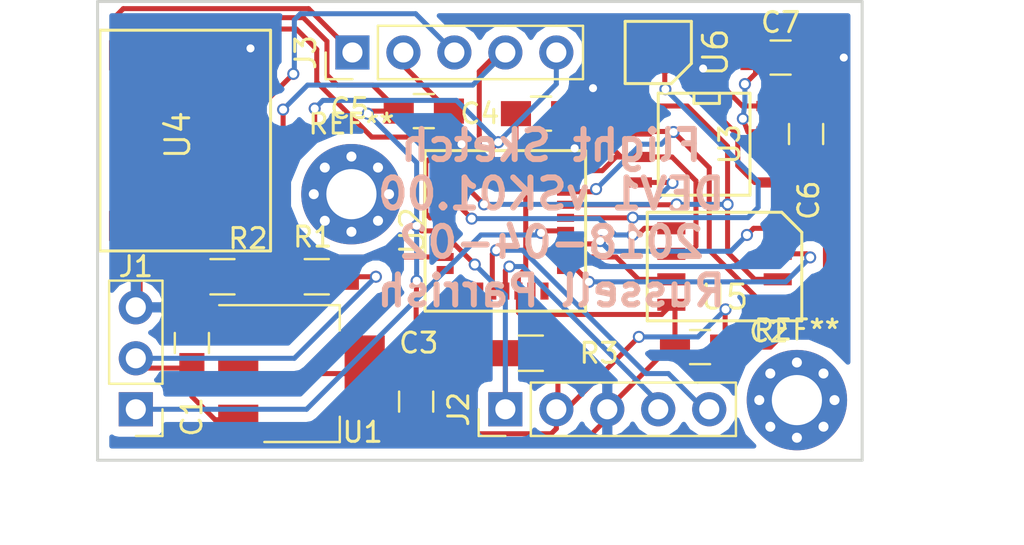
<source format=kicad_pcb>
(kicad_pcb (version 4) (host pcbnew 4.0.7)

  (general
    (links 67)
    (no_connects 0)
    (area 58.547 48.133 109.855 75.438)
    (thickness 1.6)
    (drawings 6)
    (tracks 327)
    (zones 0)
    (modules 21)
    (nets 23)
  )

  (page A4)
  (layers
    (0 F.Cu signal)
    (31 B.Cu signal)
    (32 B.Adhes user)
    (33 F.Adhes user)
    (34 B.Paste user)
    (35 F.Paste user)
    (36 B.SilkS user hide)
    (37 F.SilkS user)
    (38 B.Mask user)
    (39 F.Mask user)
    (40 Dwgs.User user)
    (41 Cmts.User user)
    (42 Eco1.User user)
    (43 Eco2.User user)
    (44 Edge.Cuts user)
    (45 Margin user)
    (46 B.CrtYd user)
    (47 F.CrtYd user)
    (48 B.Fab user)
    (49 F.Fab user)
  )

  (setup
    (last_trace_width 0.25)
    (trace_clearance 0.2)
    (zone_clearance 0.508)
    (zone_45_only yes)
    (trace_min 0.2)
    (segment_width 0.2)
    (edge_width 0.15)
    (via_size 0.6)
    (via_drill 0.4)
    (via_min_size 0.4)
    (via_min_drill 0.3)
    (uvia_size 0.3)
    (uvia_drill 0.1)
    (uvias_allowed no)
    (uvia_min_size 0.2)
    (uvia_min_drill 0.1)
    (pcb_text_width 0.3)
    (pcb_text_size 1.5 1.5)
    (mod_edge_width 0.15)
    (mod_text_size 1 1)
    (mod_text_width 0.15)
    (pad_size 5 5)
    (pad_drill 2.5)
    (pad_to_mask_clearance 0.2)
    (aux_axis_origin 0 0)
    (visible_elements 7FFEFFBF)
    (pcbplotparams
      (layerselection 0x00030_80000001)
      (usegerberextensions false)
      (excludeedgelayer true)
      (linewidth 0.100000)
      (plotframeref false)
      (viasonmask false)
      (mode 1)
      (useauxorigin false)
      (hpglpennumber 1)
      (hpglpenspeed 20)
      (hpglpendiameter 15)
      (hpglpenoverlay 2)
      (psnegative false)
      (psa4output false)
      (plotreference true)
      (plotvalue true)
      (plotinvisibletext false)
      (padsonsilk false)
      (subtractmaskfromsilk false)
      (outputformat 1)
      (mirror false)
      (drillshape 1)
      (scaleselection 1)
      (outputdirectory ""))
  )

  (net 0 "")
  (net 1 VSS)
  (net 2 +3V3)
  (net 3 "Net-(R1-Pad1)")
  (net 4 SCK)
  (net 5 SDO)
  (net 6 SDI)
  (net 7 "Net-(C4-Pad1)")
  (net 8 U1TX)
  (net 9 U1RX)
  (net 10 MCLR)
  (net 11 PGD)
  (net 12 PGC)
  (net 13 VIN)
  (net 14 "Net-(C6-Pad1)")
  (net 15 DEBUG)
  (net 16 "Net-(J3-Pad1)")
  (net 17 "Net-(J3-Pad3)")
  (net 18 "Net-(U2-Pad12)")
  (net 19 "Net-(U2-Pad8)")
  (net 20 "Net-(U2-Pad9)")
  (net 21 "Net-(U2-Pad22)")
  (net 22 "Net-(U2-Pad23)")

  (net_class Default "This is the default net class."
    (clearance 0.2)
    (trace_width 0.25)
    (via_dia 0.6)
    (via_drill 0.4)
    (uvia_dia 0.3)
    (uvia_drill 0.1)
    (add_net +3V3)
    (add_net DEBUG)
    (add_net MCLR)
    (add_net "Net-(C4-Pad1)")
    (add_net "Net-(C6-Pad1)")
    (add_net "Net-(J3-Pad1)")
    (add_net "Net-(J3-Pad3)")
    (add_net "Net-(R1-Pad1)")
    (add_net "Net-(U2-Pad12)")
    (add_net "Net-(U2-Pad22)")
    (add_net "Net-(U2-Pad23)")
    (add_net "Net-(U2-Pad8)")
    (add_net "Net-(U2-Pad9)")
    (add_net PGC)
    (add_net PGD)
    (add_net SCK)
    (add_net SDI)
    (add_net SDO)
    (add_net U1RX)
    (add_net U1TX)
    (add_net VIN)
    (add_net VSS)
  )

  (module Pin_Headers:Pin_Header_Straight_1x05_Pitch2.54mm (layer F.Cu) (tedit 59650532) (tstamp 5AC199BC)
    (at 83.82 68.58 90)
    (descr "Through hole straight pin header, 1x05, 2.54mm pitch, single row")
    (tags "Through hole pin header THT 1x05 2.54mm single row")
    (path /5AC121B0)
    (fp_text reference J2 (at 0 -2.33 90) (layer F.SilkS)
      (effects (font (size 1 1) (thickness 0.15)))
    )
    (fp_text value Conn_01x05_Male (at 0 12.49 90) (layer F.Fab)
      (effects (font (size 1 1) (thickness 0.15)))
    )
    (fp_line (start -0.635 -1.27) (end 1.27 -1.27) (layer F.Fab) (width 0.1))
    (fp_line (start 1.27 -1.27) (end 1.27 11.43) (layer F.Fab) (width 0.1))
    (fp_line (start 1.27 11.43) (end -1.27 11.43) (layer F.Fab) (width 0.1))
    (fp_line (start -1.27 11.43) (end -1.27 -0.635) (layer F.Fab) (width 0.1))
    (fp_line (start -1.27 -0.635) (end -0.635 -1.27) (layer F.Fab) (width 0.1))
    (fp_line (start -1.33 11.49) (end 1.33 11.49) (layer F.SilkS) (width 0.12))
    (fp_line (start -1.33 1.27) (end -1.33 11.49) (layer F.SilkS) (width 0.12))
    (fp_line (start 1.33 1.27) (end 1.33 11.49) (layer F.SilkS) (width 0.12))
    (fp_line (start -1.33 1.27) (end 1.33 1.27) (layer F.SilkS) (width 0.12))
    (fp_line (start -1.33 0) (end -1.33 -1.33) (layer F.SilkS) (width 0.12))
    (fp_line (start -1.33 -1.33) (end 0 -1.33) (layer F.SilkS) (width 0.12))
    (fp_line (start -1.8 -1.8) (end -1.8 11.95) (layer F.CrtYd) (width 0.05))
    (fp_line (start -1.8 11.95) (end 1.8 11.95) (layer F.CrtYd) (width 0.05))
    (fp_line (start 1.8 11.95) (end 1.8 -1.8) (layer F.CrtYd) (width 0.05))
    (fp_line (start 1.8 -1.8) (end -1.8 -1.8) (layer F.CrtYd) (width 0.05))
    (fp_text user %R (at 0 5.08 180) (layer F.Fab)
      (effects (font (size 1 1) (thickness 0.15)))
    )
    (pad 1 thru_hole rect (at 0 0 90) (size 1.7 1.7) (drill 1) (layers *.Cu *.Mask)
      (net 10 MCLR))
    (pad 2 thru_hole oval (at 0 2.54 90) (size 1.7 1.7) (drill 1) (layers *.Cu *.Mask)
      (net 2 +3V3))
    (pad 3 thru_hole oval (at 0 5.08 90) (size 1.7 1.7) (drill 1) (layers *.Cu *.Mask)
      (net 1 VSS))
    (pad 4 thru_hole oval (at 0 7.62 90) (size 1.7 1.7) (drill 1) (layers *.Cu *.Mask)
      (net 11 PGD))
    (pad 5 thru_hole oval (at 0 10.16 90) (size 1.7 1.7) (drill 1) (layers *.Cu *.Mask)
      (net 12 PGC))
    (model ${KISYS3DMOD}/Pin_Headers.3dshapes/Pin_Header_Straight_1x05_Pitch2.54mm.wrl
      (at (xyz 0 0 0))
      (scale (xyz 1 1 1))
      (rotate (xyz 0 0 0))
    )
  )

  (module Resistors_SMD:R_0805_HandSoldering (layer F.Cu) (tedit 5AE2532E) (tstamp 5ABE915A)
    (at 74.422 61.976)
    (descr "Resistor SMD 0805, hand soldering")
    (tags "resistor 0805")
    (path /5AC1A296)
    (attr smd)
    (fp_text reference R1 (at -0.2032 -1.9812) (layer F.SilkS)
      (effects (font (size 1 1) (thickness 0.15)))
    )
    (fp_text value 200k (at 0 1.75) (layer F.Fab)
      (effects (font (size 1 1) (thickness 0.15)))
    )
    (fp_text user %R (at 0 0) (layer F.Fab)
      (effects (font (size 0.5 0.5) (thickness 0.075)))
    )
    (fp_line (start -1 0.62) (end -1 -0.62) (layer F.Fab) (width 0.1))
    (fp_line (start 1 0.62) (end -1 0.62) (layer F.Fab) (width 0.1))
    (fp_line (start 1 -0.62) (end 1 0.62) (layer F.Fab) (width 0.1))
    (fp_line (start -1 -0.62) (end 1 -0.62) (layer F.Fab) (width 0.1))
    (fp_line (start 0.6 0.88) (end -0.6 0.88) (layer F.SilkS) (width 0.12))
    (fp_line (start -0.6 -0.88) (end 0.6 -0.88) (layer F.SilkS) (width 0.12))
    (fp_line (start -2.35 -0.9) (end 2.35 -0.9) (layer F.CrtYd) (width 0.05))
    (fp_line (start -2.35 -0.9) (end -2.35 0.9) (layer F.CrtYd) (width 0.05))
    (fp_line (start 2.35 0.9) (end 2.35 -0.9) (layer F.CrtYd) (width 0.05))
    (fp_line (start 2.35 0.9) (end -2.35 0.9) (layer F.CrtYd) (width 0.05))
    (pad 1 smd rect (at -1.35 0) (size 1.5 1.3) (layers F.Cu F.Paste F.Mask)
      (net 3 "Net-(R1-Pad1)"))
    (pad 2 smd rect (at 1.35 0) (size 1.5 1.3) (layers F.Cu F.Paste F.Mask)
      (net 13 VIN))
    (model ${KISYS3DMOD}/Resistors_SMD.3dshapes/R_0805.wrl
      (at (xyz 0 0 0))
      (scale (xyz 1 1 1))
      (rotate (xyz 0 0 0))
    )
  )

  (module Capacitors_SMD:C_0805_HandSoldering (layer F.Cu) (tedit 5AC28FCE) (tstamp 5ABEEAA9)
    (at 68.199 65.278 90)
    (descr "Capacitor SMD 0805, hand soldering")
    (tags "capacitor 0805")
    (path /5AC2641C)
    (attr smd)
    (fp_text reference C1 (at -3.683 0 90) (layer F.SilkS)
      (effects (font (size 1 1) (thickness 0.15)))
    )
    (fp_text value 10u (at 0 1.75 90) (layer F.Fab)
      (effects (font (size 1 1) (thickness 0.15)))
    )
    (fp_text user %R (at 0 -1.75 90) (layer F.Fab)
      (effects (font (size 1 1) (thickness 0.15)))
    )
    (fp_line (start -1 0.62) (end -1 -0.62) (layer F.Fab) (width 0.1))
    (fp_line (start 1 0.62) (end -1 0.62) (layer F.Fab) (width 0.1))
    (fp_line (start 1 -0.62) (end 1 0.62) (layer F.Fab) (width 0.1))
    (fp_line (start -1 -0.62) (end 1 -0.62) (layer F.Fab) (width 0.1))
    (fp_line (start 0.5 -0.85) (end -0.5 -0.85) (layer F.SilkS) (width 0.12))
    (fp_line (start -0.5 0.85) (end 0.5 0.85) (layer F.SilkS) (width 0.12))
    (fp_line (start -2.25 -0.88) (end 2.25 -0.88) (layer F.CrtYd) (width 0.05))
    (fp_line (start -2.25 -0.88) (end -2.25 0.87) (layer F.CrtYd) (width 0.05))
    (fp_line (start 2.25 0.87) (end 2.25 -0.88) (layer F.CrtYd) (width 0.05))
    (fp_line (start 2.25 0.87) (end -2.25 0.87) (layer F.CrtYd) (width 0.05))
    (pad 1 smd rect (at -1.25 0 90) (size 1.5 1.25) (layers F.Cu F.Paste F.Mask)
      (net 13 VIN))
    (pad 2 smd rect (at 1.25 0 90) (size 1.5 1.25) (layers F.Cu F.Paste F.Mask)
      (net 1 VSS))
    (model Capacitors_SMD.3dshapes/C_0805.wrl
      (at (xyz 0 0 0))
      (scale (xyz 1 1 1))
      (rotate (xyz 0 0 0))
    )
  )

  (module Capacitors_SMD:C_0805_HandSoldering (layer F.Cu) (tedit 5AC2966F) (tstamp 5ABEEAB9)
    (at 93.5228 65.4812 180)
    (descr "Capacitor SMD 0805, hand soldering")
    (tags "capacitor 0805")
    (path /5AB5AF35)
    (attr smd)
    (fp_text reference C2 (at -3.429 0.762 180) (layer F.SilkS)
      (effects (font (size 1 1) (thickness 0.15)))
    )
    (fp_text value 0.1u (at 0 1.75 180) (layer F.Fab)
      (effects (font (size 1 1) (thickness 0.15)))
    )
    (fp_text user %R (at 0 -1.75 180) (layer F.Fab)
      (effects (font (size 1 1) (thickness 0.15)))
    )
    (fp_line (start -1 0.62) (end -1 -0.62) (layer F.Fab) (width 0.1))
    (fp_line (start 1 0.62) (end -1 0.62) (layer F.Fab) (width 0.1))
    (fp_line (start 1 -0.62) (end 1 0.62) (layer F.Fab) (width 0.1))
    (fp_line (start -1 -0.62) (end 1 -0.62) (layer F.Fab) (width 0.1))
    (fp_line (start 0.5 -0.85) (end -0.5 -0.85) (layer F.SilkS) (width 0.12))
    (fp_line (start -0.5 0.85) (end 0.5 0.85) (layer F.SilkS) (width 0.12))
    (fp_line (start -2.25 -0.88) (end 2.25 -0.88) (layer F.CrtYd) (width 0.05))
    (fp_line (start -2.25 -0.88) (end -2.25 0.87) (layer F.CrtYd) (width 0.05))
    (fp_line (start 2.25 0.87) (end 2.25 -0.88) (layer F.CrtYd) (width 0.05))
    (fp_line (start 2.25 0.87) (end -2.25 0.87) (layer F.CrtYd) (width 0.05))
    (pad 1 smd rect (at -1.25 0 180) (size 1.5 1.25) (layers F.Cu F.Paste F.Mask)
      (net 2 +3V3))
    (pad 2 smd rect (at 1.25 0 180) (size 1.5 1.25) (layers F.Cu F.Paste F.Mask)
      (net 1 VSS))
    (model Capacitors_SMD.3dshapes/C_0805.wrl
      (at (xyz 0 0 0))
      (scale (xyz 1 1 1))
      (rotate (xyz 0 0 0))
    )
  )

  (module Capacitors_SMD:C_0805_HandSoldering (layer F.Cu) (tedit 5AC292F5) (tstamp 5ABEEAD9)
    (at 79.375 68.199 270)
    (descr "Capacitor SMD 0805, hand soldering")
    (tags "capacitor 0805")
    (path /5AC26B61)
    (attr smd)
    (fp_text reference C3 (at -2.921 -0.127 360) (layer F.SilkS)
      (effects (font (size 1 1) (thickness 0.15)))
    )
    (fp_text value 10u (at 0 1.75 270) (layer F.Fab)
      (effects (font (size 1 1) (thickness 0.15)))
    )
    (fp_text user %R (at 0 -1.75 270) (layer F.Fab)
      (effects (font (size 1 1) (thickness 0.15)))
    )
    (fp_line (start -1 0.62) (end -1 -0.62) (layer F.Fab) (width 0.1))
    (fp_line (start 1 0.62) (end -1 0.62) (layer F.Fab) (width 0.1))
    (fp_line (start 1 -0.62) (end 1 0.62) (layer F.Fab) (width 0.1))
    (fp_line (start -1 -0.62) (end 1 -0.62) (layer F.Fab) (width 0.1))
    (fp_line (start 0.5 -0.85) (end -0.5 -0.85) (layer F.SilkS) (width 0.12))
    (fp_line (start -0.5 0.85) (end 0.5 0.85) (layer F.SilkS) (width 0.12))
    (fp_line (start -2.25 -0.88) (end 2.25 -0.88) (layer F.CrtYd) (width 0.05))
    (fp_line (start -2.25 -0.88) (end -2.25 0.87) (layer F.CrtYd) (width 0.05))
    (fp_line (start 2.25 0.87) (end 2.25 -0.88) (layer F.CrtYd) (width 0.05))
    (fp_line (start 2.25 0.87) (end -2.25 0.87) (layer F.CrtYd) (width 0.05))
    (pad 1 smd rect (at -1.25 0 270) (size 1.5 1.25) (layers F.Cu F.Paste F.Mask)
      (net 2 +3V3))
    (pad 2 smd rect (at 1.25 0 270) (size 1.5 1.25) (layers F.Cu F.Paste F.Mask)
      (net 1 VSS))
    (model Capacitors_SMD.3dshapes/C_0805.wrl
      (at (xyz 0 0 0))
      (scale (xyz 1 1 1))
      (rotate (xyz 0 0 0))
    )
  )

  (module Capacitors_SMD:C_0805_HandSoldering (layer F.Cu) (tedit 5AC28EA9) (tstamp 5ABFDCA0)
    (at 85.598 53.848)
    (descr "Capacitor SMD 0805, hand soldering")
    (tags "capacitor 0805")
    (path /5ABFD9BB)
    (attr smd)
    (fp_text reference C4 (at -3.048 0) (layer F.SilkS)
      (effects (font (size 1 1) (thickness 0.15)))
    )
    (fp_text value 10u (at 0 1.75) (layer F.Fab)
      (effects (font (size 1 1) (thickness 0.15)))
    )
    (fp_text user %R (at 0 -1.75) (layer F.Fab)
      (effects (font (size 1 1) (thickness 0.15)))
    )
    (fp_line (start -1 0.62) (end -1 -0.62) (layer F.Fab) (width 0.1))
    (fp_line (start 1 0.62) (end -1 0.62) (layer F.Fab) (width 0.1))
    (fp_line (start 1 -0.62) (end 1 0.62) (layer F.Fab) (width 0.1))
    (fp_line (start -1 -0.62) (end 1 -0.62) (layer F.Fab) (width 0.1))
    (fp_line (start 0.5 -0.85) (end -0.5 -0.85) (layer F.SilkS) (width 0.12))
    (fp_line (start -0.5 0.85) (end 0.5 0.85) (layer F.SilkS) (width 0.12))
    (fp_line (start -2.25 -0.88) (end 2.25 -0.88) (layer F.CrtYd) (width 0.05))
    (fp_line (start -2.25 -0.88) (end -2.25 0.87) (layer F.CrtYd) (width 0.05))
    (fp_line (start 2.25 0.87) (end 2.25 -0.88) (layer F.CrtYd) (width 0.05))
    (fp_line (start 2.25 0.87) (end -2.25 0.87) (layer F.CrtYd) (width 0.05))
    (pad 1 smd rect (at -1.25 0) (size 1.5 1.25) (layers F.Cu F.Paste F.Mask)
      (net 7 "Net-(C4-Pad1)"))
    (pad 2 smd rect (at 1.25 0) (size 1.5 1.25) (layers F.Cu F.Paste F.Mask)
      (net 1 VSS))
    (model Capacitors_SMD.3dshapes/C_0805.wrl
      (at (xyz 0 0 0))
      (scale (xyz 1 1 1))
      (rotate (xyz 0 0 0))
    )
  )

  (module Resistors_SMD:R_0805_HandSoldering (layer F.Cu) (tedit 5AC29304) (tstamp 5AC199CD)
    (at 69.723 61.976)
    (descr "Resistor SMD 0805, hand soldering")
    (tags "resistor 0805")
    (path /5AC1A258)
    (attr smd)
    (fp_text reference R2 (at 1.27 -1.905) (layer F.SilkS)
      (effects (font (size 1 1) (thickness 0.15)))
    )
    (fp_text value 100k (at 0 1.75) (layer F.Fab)
      (effects (font (size 1 1) (thickness 0.15)))
    )
    (fp_text user %R (at 0 0) (layer F.Fab)
      (effects (font (size 0.5 0.5) (thickness 0.075)))
    )
    (fp_line (start -1 0.62) (end -1 -0.62) (layer F.Fab) (width 0.1))
    (fp_line (start 1 0.62) (end -1 0.62) (layer F.Fab) (width 0.1))
    (fp_line (start 1 -0.62) (end 1 0.62) (layer F.Fab) (width 0.1))
    (fp_line (start -1 -0.62) (end 1 -0.62) (layer F.Fab) (width 0.1))
    (fp_line (start 0.6 0.88) (end -0.6 0.88) (layer F.SilkS) (width 0.12))
    (fp_line (start -0.6 -0.88) (end 0.6 -0.88) (layer F.SilkS) (width 0.12))
    (fp_line (start -2.35 -0.9) (end 2.35 -0.9) (layer F.CrtYd) (width 0.05))
    (fp_line (start -2.35 -0.9) (end -2.35 0.9) (layer F.CrtYd) (width 0.05))
    (fp_line (start 2.35 0.9) (end 2.35 -0.9) (layer F.CrtYd) (width 0.05))
    (fp_line (start 2.35 0.9) (end -2.35 0.9) (layer F.CrtYd) (width 0.05))
    (pad 1 smd rect (at -1.35 0) (size 1.5 1.3) (layers F.Cu F.Paste F.Mask)
      (net 1 VSS))
    (pad 2 smd rect (at 1.35 0) (size 1.5 1.3) (layers F.Cu F.Paste F.Mask)
      (net 3 "Net-(R1-Pad1)"))
    (model ${KISYS3DMOD}/Resistors_SMD.3dshapes/R_0805.wrl
      (at (xyz 0 0 0))
      (scale (xyz 1 1 1))
      (rotate (xyz 0 0 0))
    )
  )

  (module Resistors_SMD:R_0805_HandSoldering (layer F.Cu) (tedit 5AE25325) (tstamp 5AC199DE)
    (at 85.09 65.786)
    (descr "Resistor SMD 0805, hand soldering")
    (tags "resistor 0805")
    (path /5ABE91F3)
    (attr smd)
    (fp_text reference R3 (at 3.4036 0) (layer F.SilkS)
      (effects (font (size 1 1) (thickness 0.15)))
    )
    (fp_text value 10k (at 0 1.75) (layer F.Fab)
      (effects (font (size 1 1) (thickness 0.15)))
    )
    (fp_text user %R (at 0 0) (layer F.Fab)
      (effects (font (size 0.5 0.5) (thickness 0.075)))
    )
    (fp_line (start -1 0.62) (end -1 -0.62) (layer F.Fab) (width 0.1))
    (fp_line (start 1 0.62) (end -1 0.62) (layer F.Fab) (width 0.1))
    (fp_line (start 1 -0.62) (end 1 0.62) (layer F.Fab) (width 0.1))
    (fp_line (start -1 -0.62) (end 1 -0.62) (layer F.Fab) (width 0.1))
    (fp_line (start 0.6 0.88) (end -0.6 0.88) (layer F.SilkS) (width 0.12))
    (fp_line (start -0.6 -0.88) (end 0.6 -0.88) (layer F.SilkS) (width 0.12))
    (fp_line (start -2.35 -0.9) (end 2.35 -0.9) (layer F.CrtYd) (width 0.05))
    (fp_line (start -2.35 -0.9) (end -2.35 0.9) (layer F.CrtYd) (width 0.05))
    (fp_line (start 2.35 0.9) (end 2.35 -0.9) (layer F.CrtYd) (width 0.05))
    (fp_line (start 2.35 0.9) (end -2.35 0.9) (layer F.CrtYd) (width 0.05))
    (pad 1 smd rect (at -1.35 0) (size 1.5 1.3) (layers F.Cu F.Paste F.Mask)
      (net 10 MCLR))
    (pad 2 smd rect (at 1.35 0) (size 1.5 1.3) (layers F.Cu F.Paste F.Mask)
      (net 2 +3V3))
    (model ${KISYS3DMOD}/Resistors_SMD.3dshapes/R_0805.wrl
      (at (xyz 0 0 0))
      (scale (xyz 1 1 1))
      (rotate (xyz 0 0 0))
    )
  )

  (module Capacitors_SMD:C_0805_HandSoldering (layer F.Cu) (tedit 5AC292CC) (tstamp 5AC25751)
    (at 79.756 53.721)
    (descr "Capacitor SMD 0805, hand soldering")
    (tags "capacitor 0805")
    (path /5AB5B6B1)
    (attr smd)
    (fp_text reference C5 (at -3.683 -0.127) (layer F.SilkS)
      (effects (font (size 1 1) (thickness 0.15)))
    )
    (fp_text value 0.1u (at 0 1.75) (layer F.Fab)
      (effects (font (size 1 1) (thickness 0.15)))
    )
    (fp_text user %R (at 0 -1.75) (layer F.Fab)
      (effects (font (size 1 1) (thickness 0.15)))
    )
    (fp_line (start -1 0.62) (end -1 -0.62) (layer F.Fab) (width 0.1))
    (fp_line (start 1 0.62) (end -1 0.62) (layer F.Fab) (width 0.1))
    (fp_line (start 1 -0.62) (end 1 0.62) (layer F.Fab) (width 0.1))
    (fp_line (start -1 -0.62) (end 1 -0.62) (layer F.Fab) (width 0.1))
    (fp_line (start 0.5 -0.85) (end -0.5 -0.85) (layer F.SilkS) (width 0.12))
    (fp_line (start -0.5 0.85) (end 0.5 0.85) (layer F.SilkS) (width 0.12))
    (fp_line (start -2.25 -0.88) (end 2.25 -0.88) (layer F.CrtYd) (width 0.05))
    (fp_line (start -2.25 -0.88) (end -2.25 0.87) (layer F.CrtYd) (width 0.05))
    (fp_line (start 2.25 0.87) (end 2.25 -0.88) (layer F.CrtYd) (width 0.05))
    (fp_line (start 2.25 0.87) (end -2.25 0.87) (layer F.CrtYd) (width 0.05))
    (pad 1 smd rect (at -1.25 0) (size 1.5 1.25) (layers F.Cu F.Paste F.Mask)
      (net 2 +3V3))
    (pad 2 smd rect (at 1.25 0) (size 1.5 1.25) (layers F.Cu F.Paste F.Mask)
      (net 1 VSS))
    (model Capacitors_SMD.3dshapes/C_0805.wrl
      (at (xyz 0 0 0))
      (scale (xyz 1 1 1))
      (rotate (xyz 0 0 0))
    )
  )

  (module Capacitors_SMD:C_0805_HandSoldering (layer F.Cu) (tedit 5AC28FAB) (tstamp 5AC25762)
    (at 98.806 54.864 90)
    (descr "Capacitor SMD 0805, hand soldering")
    (tags "capacitor 0805")
    (path /5ABEEDF1)
    (attr smd)
    (fp_text reference C6 (at -3.302 0.127 90) (layer F.SilkS)
      (effects (font (size 1 1) (thickness 0.15)))
    )
    (fp_text value 1u (at 0 1.75 90) (layer F.Fab)
      (effects (font (size 1 1) (thickness 0.15)))
    )
    (fp_text user %R (at 0 -1.75 90) (layer F.Fab)
      (effects (font (size 1 1) (thickness 0.15)))
    )
    (fp_line (start -1 0.62) (end -1 -0.62) (layer F.Fab) (width 0.1))
    (fp_line (start 1 0.62) (end -1 0.62) (layer F.Fab) (width 0.1))
    (fp_line (start 1 -0.62) (end 1 0.62) (layer F.Fab) (width 0.1))
    (fp_line (start -1 -0.62) (end 1 -0.62) (layer F.Fab) (width 0.1))
    (fp_line (start 0.5 -0.85) (end -0.5 -0.85) (layer F.SilkS) (width 0.12))
    (fp_line (start -0.5 0.85) (end 0.5 0.85) (layer F.SilkS) (width 0.12))
    (fp_line (start -2.25 -0.88) (end 2.25 -0.88) (layer F.CrtYd) (width 0.05))
    (fp_line (start -2.25 -0.88) (end -2.25 0.87) (layer F.CrtYd) (width 0.05))
    (fp_line (start 2.25 0.87) (end 2.25 -0.88) (layer F.CrtYd) (width 0.05))
    (fp_line (start 2.25 0.87) (end -2.25 0.87) (layer F.CrtYd) (width 0.05))
    (pad 1 smd rect (at -1.25 0 90) (size 1.5 1.25) (layers F.Cu F.Paste F.Mask)
      (net 14 "Net-(C6-Pad1)"))
    (pad 2 smd rect (at 1.25 0 90) (size 1.5 1.25) (layers F.Cu F.Paste F.Mask)
      (net 1 VSS))
    (model Capacitors_SMD.3dshapes/C_0805.wrl
      (at (xyz 0 0 0))
      (scale (xyz 1 1 1))
      (rotate (xyz 0 0 0))
    )
  )

  (module Capacitors_SMD:C_0805_HandSoldering (layer F.Cu) (tedit 58AA84A8) (tstamp 5AC25773)
    (at 97.536 51.054)
    (descr "Capacitor SMD 0805, hand soldering")
    (tags "capacitor 0805")
    (path /5AC271F0)
    (attr smd)
    (fp_text reference C7 (at 0 -1.75) (layer F.SilkS)
      (effects (font (size 1 1) (thickness 0.15)))
    )
    (fp_text value .1u (at 0 1.75) (layer F.Fab)
      (effects (font (size 1 1) (thickness 0.15)))
    )
    (fp_text user %R (at 0 -1.75) (layer F.Fab)
      (effects (font (size 1 1) (thickness 0.15)))
    )
    (fp_line (start -1 0.62) (end -1 -0.62) (layer F.Fab) (width 0.1))
    (fp_line (start 1 0.62) (end -1 0.62) (layer F.Fab) (width 0.1))
    (fp_line (start 1 -0.62) (end 1 0.62) (layer F.Fab) (width 0.1))
    (fp_line (start -1 -0.62) (end 1 -0.62) (layer F.Fab) (width 0.1))
    (fp_line (start 0.5 -0.85) (end -0.5 -0.85) (layer F.SilkS) (width 0.12))
    (fp_line (start -0.5 0.85) (end 0.5 0.85) (layer F.SilkS) (width 0.12))
    (fp_line (start -2.25 -0.88) (end 2.25 -0.88) (layer F.CrtYd) (width 0.05))
    (fp_line (start -2.25 -0.88) (end -2.25 0.87) (layer F.CrtYd) (width 0.05))
    (fp_line (start 2.25 0.87) (end 2.25 -0.88) (layer F.CrtYd) (width 0.05))
    (fp_line (start 2.25 0.87) (end -2.25 0.87) (layer F.CrtYd) (width 0.05))
    (pad 1 smd rect (at -1.25 0) (size 1.5 1.25) (layers F.Cu F.Paste F.Mask)
      (net 2 +3V3))
    (pad 2 smd rect (at 1.25 0) (size 1.5 1.25) (layers F.Cu F.Paste F.Mask)
      (net 1 VSS))
    (model Capacitors_SMD.3dshapes/C_0805.wrl
      (at (xyz 0 0 0))
      (scale (xyz 1 1 1))
      (rotate (xyz 0 0 0))
    )
  )

  (module Pin_Headers:Pin_Header_Straight_1x03_Pitch2.54mm (layer F.Cu) (tedit 5AC28FE9) (tstamp 5AC25774)
    (at 65.405 68.58 180)
    (descr "Through hole straight pin header, 1x03, 2.54mm pitch, single row")
    (tags "Through hole pin header THT 1x03 2.54mm single row")
    (path /5AC24686)
    (fp_text reference J1 (at 0 7.112 180) (layer F.SilkS)
      (effects (font (size 1 1) (thickness 0.15)))
    )
    (fp_text value Conn_01x03_Male (at 0 7.41 180) (layer F.Fab)
      (effects (font (size 1 1) (thickness 0.15)))
    )
    (fp_line (start -0.635 -1.27) (end 1.27 -1.27) (layer F.Fab) (width 0.1))
    (fp_line (start 1.27 -1.27) (end 1.27 6.35) (layer F.Fab) (width 0.1))
    (fp_line (start 1.27 6.35) (end -1.27 6.35) (layer F.Fab) (width 0.1))
    (fp_line (start -1.27 6.35) (end -1.27 -0.635) (layer F.Fab) (width 0.1))
    (fp_line (start -1.27 -0.635) (end -0.635 -1.27) (layer F.Fab) (width 0.1))
    (fp_line (start -1.33 6.41) (end 1.33 6.41) (layer F.SilkS) (width 0.12))
    (fp_line (start -1.33 1.27) (end -1.33 6.41) (layer F.SilkS) (width 0.12))
    (fp_line (start 1.33 1.27) (end 1.33 6.41) (layer F.SilkS) (width 0.12))
    (fp_line (start -1.33 1.27) (end 1.33 1.27) (layer F.SilkS) (width 0.12))
    (fp_line (start -1.33 0) (end -1.33 -1.33) (layer F.SilkS) (width 0.12))
    (fp_line (start -1.33 -1.33) (end 0 -1.33) (layer F.SilkS) (width 0.12))
    (fp_line (start -1.8 -1.8) (end -1.8 6.85) (layer F.CrtYd) (width 0.05))
    (fp_line (start -1.8 6.85) (end 1.8 6.85) (layer F.CrtYd) (width 0.05))
    (fp_line (start 1.8 6.85) (end 1.8 -1.8) (layer F.CrtYd) (width 0.05))
    (fp_line (start 1.8 -1.8) (end -1.8 -1.8) (layer F.CrtYd) (width 0.05))
    (fp_text user %R (at 0 2.54 270) (layer F.Fab)
      (effects (font (size 1 1) (thickness 0.15)))
    )
    (pad 1 thru_hole rect (at 0 0 180) (size 1.7 1.7) (drill 1) (layers *.Cu *.Mask)
      (net 15 DEBUG))
    (pad 2 thru_hole oval (at 0 2.54 180) (size 1.7 1.7) (drill 1) (layers *.Cu *.Mask)
      (net 13 VIN))
    (pad 3 thru_hole oval (at 0 5.08 180) (size 1.7 1.7) (drill 1) (layers *.Cu *.Mask)
      (net 1 VSS))
    (model ${KISYS3DMOD}/Pin_Headers.3dshapes/Pin_Header_Straight_1x03_Pitch2.54mm.wrl
      (at (xyz 0 0 0))
      (scale (xyz 1 1 1))
      (rotate (xyz 0 0 0))
    )
  )

  (module Pin_Headers:Pin_Header_Straight_1x05_Pitch2.54mm (layer F.Cu) (tedit 5AC265C1) (tstamp 5AC257A2)
    (at 76.2 50.8 90)
    (descr "Through hole straight pin header, 1x05, 2.54mm pitch, single row")
    (tags "Through hole pin header THT 1x05 2.54mm single row")
    (path /5AC1B17B)
    (fp_text reference J3 (at 0 -2.33 90) (layer F.SilkS)
      (effects (font (size 1 1) (thickness 0.15)))
    )
    (fp_text value Conn_01x05_Male (at -2.8575 4.4958 180) (layer F.Fab)
      (effects (font (size 1 1) (thickness 0.15)))
    )
    (fp_line (start -0.635 -1.27) (end 1.27 -1.27) (layer F.Fab) (width 0.1))
    (fp_line (start 1.27 -1.27) (end 1.27 11.43) (layer F.Fab) (width 0.1))
    (fp_line (start 1.27 11.43) (end -1.27 11.43) (layer F.Fab) (width 0.1))
    (fp_line (start -1.27 11.43) (end -1.27 -0.635) (layer F.Fab) (width 0.1))
    (fp_line (start -1.27 -0.635) (end -0.635 -1.27) (layer F.Fab) (width 0.1))
    (fp_line (start -1.33 11.49) (end 1.33 11.49) (layer F.SilkS) (width 0.12))
    (fp_line (start -1.33 1.27) (end -1.33 11.49) (layer F.SilkS) (width 0.12))
    (fp_line (start 1.33 1.27) (end 1.33 11.49) (layer F.SilkS) (width 0.12))
    (fp_line (start -1.33 1.27) (end 1.33 1.27) (layer F.SilkS) (width 0.12))
    (fp_line (start -1.33 0) (end -1.33 -1.33) (layer F.SilkS) (width 0.12))
    (fp_line (start -1.33 -1.33) (end 0 -1.33) (layer F.SilkS) (width 0.12))
    (fp_line (start -1.8 -1.8) (end -1.8 11.95) (layer F.CrtYd) (width 0.05))
    (fp_line (start -1.8 11.95) (end 1.8 11.95) (layer F.CrtYd) (width 0.05))
    (fp_line (start 1.8 11.95) (end 1.8 -1.8) (layer F.CrtYd) (width 0.05))
    (fp_line (start 1.8 -1.8) (end -1.8 -1.8) (layer F.CrtYd) (width 0.05))
    (fp_text user %R (at 0 5.08 180) (layer F.Fab)
      (effects (font (size 1 1) (thickness 0.15)))
    )
    (pad 1 thru_hole rect (at 0 0 90) (size 1.7 1.7) (drill 1) (layers *.Cu *.Mask)
      (net 16 "Net-(J3-Pad1)"))
    (pad 2 thru_hole oval (at 0 2.54 90) (size 1.7 1.7) (drill 1) (layers *.Cu *.Mask)
      (net 1 VSS))
    (pad 3 thru_hole oval (at 0 5.08 90) (size 1.7 1.7) (drill 1) (layers *.Cu *.Mask)
      (net 17 "Net-(J3-Pad3)"))
    (pad 4 thru_hole oval (at 0 7.62 90) (size 1.7 1.7) (drill 1) (layers *.Cu *.Mask)
      (net 9 U1RX))
    (pad 5 thru_hole oval (at 0 10.16 90) (size 1.7 1.7) (drill 1) (layers *.Cu *.Mask)
      (net 8 U1TX))
    (model ${KISYS3DMOD}/Pin_Headers.3dshapes/Pin_Header_Straight_1x05_Pitch2.54mm.wrl
      (at (xyz 0 0 0))
      (scale (xyz 1 1 1))
      (rotate (xyz 0 0 0))
    )
  )

  (module TO_SOT_Packages_SMD:SOT-223-3_TabPin2 (layer F.Cu) (tedit 5AC292E0) (tstamp 5AC257A3)
    (at 73.66 66.802)
    (descr "module CMS SOT223 4 pins")
    (tags "CMS SOT")
    (path /5AC196C8)
    (attr smd)
    (fp_text reference U1 (at 3.048 2.921) (layer F.SilkS)
      (effects (font (size 1 1) (thickness 0.15)))
    )
    (fp_text value LDL1117 (at 0 4.5) (layer F.Fab)
      (effects (font (size 1 1) (thickness 0.15)))
    )
    (fp_text user %R (at 0 0 90) (layer F.Fab)
      (effects (font (size 0.8 0.8) (thickness 0.12)))
    )
    (fp_line (start 1.91 3.41) (end 1.91 2.15) (layer F.SilkS) (width 0.12))
    (fp_line (start 1.91 -3.41) (end 1.91 -2.15) (layer F.SilkS) (width 0.12))
    (fp_line (start 4.4 -3.6) (end -4.4 -3.6) (layer F.CrtYd) (width 0.05))
    (fp_line (start 4.4 3.6) (end 4.4 -3.6) (layer F.CrtYd) (width 0.05))
    (fp_line (start -4.4 3.6) (end 4.4 3.6) (layer F.CrtYd) (width 0.05))
    (fp_line (start -4.4 -3.6) (end -4.4 3.6) (layer F.CrtYd) (width 0.05))
    (fp_line (start -1.85 -2.35) (end -0.85 -3.35) (layer F.Fab) (width 0.1))
    (fp_line (start -1.85 -2.35) (end -1.85 3.35) (layer F.Fab) (width 0.1))
    (fp_line (start -1.85 3.41) (end 1.91 3.41) (layer F.SilkS) (width 0.12))
    (fp_line (start -0.85 -3.35) (end 1.85 -3.35) (layer F.Fab) (width 0.1))
    (fp_line (start -4.1 -3.41) (end 1.91 -3.41) (layer F.SilkS) (width 0.12))
    (fp_line (start -1.85 3.35) (end 1.85 3.35) (layer F.Fab) (width 0.1))
    (fp_line (start 1.85 -3.35) (end 1.85 3.35) (layer F.Fab) (width 0.1))
    (pad 2 smd rect (at 3.15 0) (size 2 3.8) (layers F.Cu F.Paste F.Mask)
      (net 2 +3V3))
    (pad 2 smd rect (at -3.15 0) (size 2 1.5) (layers F.Cu F.Paste F.Mask)
      (net 2 +3V3))
    (pad 3 smd rect (at -3.15 2.3) (size 2 1.5) (layers F.Cu F.Paste F.Mask)
      (net 13 VIN))
    (pad 1 smd rect (at -3.15 -2.3) (size 2 1.5) (layers F.Cu F.Paste F.Mask)
      (net 1 VSS))
    (model ${KISYS3DMOD}/TO_SOT_Packages_SMD.3dshapes/SOT-223.wrl
      (at (xyz 0 0 0))
      (scale (xyz 1 1 1))
      (rotate (xyz 0 0 0))
    )
  )

  (module SMD_Packages:SOIC-8-N (layer F.Cu) (tedit 0) (tstamp 5AC257DE)
    (at 93.726 55.372 270)
    (descr "Module Narrow CMS SOJ 8 pins large")
    (tags "CMS SOJ")
    (path /5ABEE9D9)
    (attr smd)
    (fp_text reference U3 (at 0 -1.27 270) (layer F.SilkS)
      (effects (font (size 1 1) (thickness 0.15)))
    )
    (fp_text value accel (at 0 1.27 270) (layer F.Fab)
      (effects (font (size 1 1) (thickness 0.15)))
    )
    (fp_line (start -2.54 -2.286) (end 2.54 -2.286) (layer F.SilkS) (width 0.15))
    (fp_line (start 2.54 -2.286) (end 2.54 2.286) (layer F.SilkS) (width 0.15))
    (fp_line (start 2.54 2.286) (end -2.54 2.286) (layer F.SilkS) (width 0.15))
    (fp_line (start -2.54 2.286) (end -2.54 -2.286) (layer F.SilkS) (width 0.15))
    (fp_line (start -2.54 -0.762) (end -2.032 -0.762) (layer F.SilkS) (width 0.15))
    (fp_line (start -2.032 -0.762) (end -2.032 0.508) (layer F.SilkS) (width 0.15))
    (fp_line (start -2.032 0.508) (end -2.54 0.508) (layer F.SilkS) (width 0.15))
    (pad 8 smd rect (at -1.905 -3.175 270) (size 0.508 1.143) (layers F.Cu F.Paste F.Mask)
      (net 1 VSS))
    (pad 7 smd rect (at -0.635 -3.175 270) (size 0.508 1.143) (layers F.Cu F.Paste F.Mask)
      (net 2 +3V3))
    (pad 6 smd rect (at 0.635 -3.175 270) (size 0.508 1.143) (layers F.Cu F.Paste F.Mask)
      (net 14 "Net-(C6-Pad1)"))
    (pad 5 smd rect (at 1.905 -3.175 270) (size 0.508 1.143) (layers F.Cu F.Paste F.Mask)
      (net 1 VSS))
    (pad 4 smd rect (at 1.905 3.175 270) (size 0.508 1.143) (layers F.Cu F.Paste F.Mask)
      (net 21 "Net-(U2-Pad22)"))
    (pad 3 smd rect (at 0.635 3.175 270) (size 0.508 1.143) (layers F.Cu F.Paste F.Mask)
      (net 6 SDI))
    (pad 2 smd rect (at -0.635 3.175 270) (size 0.508 1.143) (layers F.Cu F.Paste F.Mask)
      (net 5 SDO))
    (pad 1 smd rect (at -1.905 3.175 270) (size 0.508 1.143) (layers F.Cu F.Paste F.Mask)
      (net 4 SCK))
    (model SMD_Packages.3dshapes/SOIC-8-N.wrl
      (at (xyz 0 0 0))
      (scale (xyz 0.5 0.38 0.5))
      (rotate (xyz 0 0 0))
    )
  )

  (module lib:RN4871 (layer F.Cu) (tedit 5ABEF974) (tstamp 5AC257F0)
    (at 71.12 59.69 90)
    (path /5ABEF9B1)
    (fp_text reference U4 (at 4.775 -3.625 90) (layer F.SilkS)
      (effects (font (size 1.2 1.2) (thickness 0.15)))
    )
    (fp_text value RN4871 (at 4.57562 3.47414 90) (layer F.Fab)
      (effects (font (size 1.2 1.2) (thickness 0.15)))
    )
    (fp_line (start -1.00012 0.99926) (end -1.00012 -7.50074) (layer F.SilkS) (width 0.15))
    (fp_line (start -1.00012 -7.50074) (end 9.99988 -7.50074) (layer F.SilkS) (width 0.15))
    (fp_line (start 9.99988 -7.50074) (end 9.99988 0.99926) (layer F.SilkS) (width 0.15))
    (fp_line (start 9.99988 0.99926) (end -1.00012 0.99926) (layer F.SilkS) (width 0.15))
    (pad 11 smd rect (at 7.5 -0.25 90) (size 0.7 1.5) (layers F.Cu F.Paste F.Mask))
    (pad 10 smd rect (at 6.3 -0.25 90) (size 0.7 1.5) (layers F.Cu F.Paste F.Mask)
      (net 17 "Net-(J3-Pad3)"))
    (pad 9 smd rect (at 5.1 -0.25 90) (size 0.7 1.5) (layers F.Cu F.Paste F.Mask))
    (pad 8 smd rect (at 3.9 -0.25 90) (size 0.7 1.5) (layers F.Cu F.Paste F.Mask)
      (net 9 U1RX))
    (pad 7 smd rect (at 2.7 -0.25 90) (size 0.7 1.5) (layers F.Cu F.Paste F.Mask)
      (net 8 U1TX))
    (pad 6 smd rect (at 1.5 -0.25 90) (size 0.7 1.5) (layers F.Cu F.Paste F.Mask))
    (pad 16 smd rect (at 8.75 -6.7) (size 0.7 1.5) (layers F.Cu F.Paste F.Mask)
      (net 16 "Net-(J3-Pad1)"))
    (pad 1 smd rect (at 0.25 -6.7) (size 0.7 1.5) (layers F.Cu F.Paste F.Mask))
    (pad 15 smd rect (at 8.75 -5.5) (size 0.7 1.5) (layers F.Cu F.Paste F.Mask))
    (pad 2 smd rect (at 0.25 -5.5) (size 0.7 1.5) (layers F.Cu F.Paste F.Mask)
      (net 1 VSS))
    (pad 14 smd rect (at 8.75 -4.3) (size 0.7 1.5) (layers F.Cu F.Paste F.Mask)
      (net 2 +3V3))
    (pad 3 smd rect (at 0.25 -4.3) (size 0.7 1.5) (layers F.Cu F.Paste F.Mask))
    (pad 13 smd rect (at 8.75 -3.1) (size 0.7 1.5) (layers F.Cu F.Paste F.Mask)
      (net 1 VSS))
    (pad 4 smd rect (at 0.25 -3.1) (size 0.7 1.5) (layers F.Cu F.Paste F.Mask))
    (pad 12 smd rect (at 8.75 -1.9) (size 0.7 1.5) (layers F.Cu F.Paste F.Mask))
    (pad 5 smd rect (at 0.25 -1.9) (size 0.7 1.5) (layers F.Cu F.Paste F.Mask))
  )

  (module lib:SO8 (layer F.Cu) (tedit 5AC28FB8) (tstamp 5AC25807)
    (at 94.742 61.468 270)
    (path /5ABEA189)
    (fp_text reference U5 (at 1.524 0 360) (layer F.SilkS)
      (effects (font (size 1.2 1.2) (thickness 0.15)))
    )
    (fp_text value EEPROM (at 0 0 270) (layer F.Fab)
      (effects (font (size 1.2 1.2) (thickness 0.15)))
    )
    (fp_line (start -1.705 -3.85) (end -2.705 -2.85) (layer F.SilkS) (width 0.15))
    (fp_line (start -2.705 -2.85) (end -2.705 3.85) (layer F.SilkS) (width 0.15))
    (fp_line (start -2.705 3.85) (end 2.705 3.85) (layer F.SilkS) (width 0.15))
    (fp_line (start 2.705 3.85) (end 2.705 -3.85) (layer F.SilkS) (width 0.15))
    (fp_line (start 2.705 -3.85) (end -1.705 -3.85) (layer F.SilkS) (width 0.15))
    (pad 8 smd rect (at -1.905 -2.65 270) (size 0.6 1.4) (layers F.Cu F.Paste F.Mask)
      (net 2 +3V3))
    (pad 1 smd rect (at -1.905 2.65 270) (size 0.6 1.4) (layers F.Cu F.Paste F.Mask)
      (net 22 "Net-(U2-Pad23)"))
    (pad 7 smd rect (at -0.635 -2.65 270) (size 0.6 1.4) (layers F.Cu F.Paste F.Mask)
      (net 19 "Net-(U2-Pad8)"))
    (pad 2 smd rect (at -0.635 2.65 270) (size 0.6 1.4) (layers F.Cu F.Paste F.Mask)
      (net 6 SDI))
    (pad 6 smd rect (at 0.635 -2.65 270) (size 0.6 1.4) (layers F.Cu F.Paste F.Mask)
      (net 4 SCK))
    (pad 3 smd rect (at 0.635 2.65 270) (size 0.6 1.4) (layers F.Cu F.Paste F.Mask)
      (net 20 "Net-(U2-Pad9)"))
    (pad 5 smd rect (at 1.905 -2.65 270) (size 0.6 1.4) (layers F.Cu F.Paste F.Mask)
      (net 5 SDO))
    (pad 4 smd rect (at 1.905 2.65 270) (size 0.6 1.4) (layers F.Cu F.Paste F.Mask)
      (net 1 VSS))
  )

  (module lib:BMP280-2 (layer F.Cu) (tedit 5ADFF28A) (tstamp 5ADFF5D2)
    (at 91.44 50.8 180)
    (path /5AC10D8D)
    (fp_text reference U6 (at -2.85 0 270) (layer F.SilkS)
      (effects (font (size 1.2 1.2) (thickness 0.15)))
    )
    (fp_text value BMP280 (at 0 0 180) (layer F.Fab)
      (effects (font (size 1.2 1.2) (thickness 0.15)))
    )
    (fp_line (start -0.65 -1.55) (end -1.65 -0.55) (layer F.SilkS) (width 0.15))
    (fp_line (start -1.65 -0.55) (end -1.65 1.55) (layer F.SilkS) (width 0.15))
    (fp_line (start -1.65 1.55) (end 1.65 1.55) (layer F.SilkS) (width 0.15))
    (fp_line (start 1.65 1.55) (end 1.65 -1.55) (layer F.SilkS) (width 0.15))
    (fp_line (start 1.65 -1.55) (end -0.65 -1.55) (layer F.SilkS) (width 0.15))
    (pad 1 smd rect (at -0.975 -0.8 180) (size 0.35 0.5) (layers F.Cu F.Paste F.Mask)
      (net 1 VSS))
    (pad 8 smd rect (at -0.975 0.8 180) (size 0.35 0.5) (layers F.Cu F.Paste F.Mask)
      (net 2 +3V3))
    (pad 2 smd rect (at -0.325 -0.8 180) (size 0.35 0.5) (layers F.Cu F.Paste F.Mask)
      (net 18 "Net-(U2-Pad12)"))
    (pad 7 smd rect (at -0.325 0.8 180) (size 0.35 0.5) (layers F.Cu F.Paste F.Mask)
      (net 1 VSS))
    (pad 3 smd rect (at 0.325 -0.8 180) (size 0.35 0.5) (layers F.Cu F.Paste F.Mask)
      (net 5 SDO))
    (pad 6 smd rect (at 0.325 0.8 180) (size 0.35 0.5) (layers F.Cu F.Paste F.Mask)
      (net 2 +3V3))
    (pad 4 smd rect (at 0.975 -0.8 180) (size 0.35 0.5) (layers F.Cu F.Paste F.Mask)
      (net 4 SCK))
    (pad 5 smd rect (at 0.975 0.8 180) (size 0.35 0.5) (layers F.Cu F.Paste F.Mask)
      (net 6 SDI))
  )

  (module lib:QFN_28 (layer F.Cu) (tedit 5ABEF695) (tstamp 5ADFF951)
    (at 83.82 59.69 90)
    (path /5AAB3259)
    (fp_text reference U2 (at 0 -4.625 90) (layer F.SilkS)
      (effects (font (size 1.2 1.2) (thickness 0.15)))
    )
    (fp_text value test (at 0 4.625 90) (layer F.Fab)
      (effects (font (size 1.2 1.2) (thickness 0.15)))
    )
    (fp_line (start -4.00012 -4.00074) (end 3.99988 -4.00074) (layer F.SilkS) (width 0.15))
    (fp_line (start 3.99988 -4.00074) (end 3.99988 3.99926) (layer F.SilkS) (width 0.15))
    (fp_line (start 3.99988 3.99926) (end -4.00012 3.99926) (layer F.SilkS) (width 0.15))
    (fp_line (start -4.00012 3.99926) (end -4.00012 -4.00074) (layer F.SilkS) (width 0.15))
    (pad 1 smd rect (at -3 -1.95 180) (size 0.4 0.85) (layers F.Cu F.Paste F.Mask))
    (pad 2 smd rect (at -3 -1.3 180) (size 0.4 0.85) (layers F.Cu F.Paste F.Mask))
    (pad 3 smd rect (at -3 -0.65 180) (size 0.4 0.85) (layers F.Cu F.Paste F.Mask)
      (net 12 PGC))
    (pad 4 smd rect (at -3 0 180) (size 0.4 0.85) (layers F.Cu F.Paste F.Mask)
      (net 11 PGD))
    (pad 5 smd rect (at -3 0.65 180) (size 0.4 0.85) (layers F.Cu F.Paste F.Mask)
      (net 1 VSS))
    (pad 6 smd rect (at -3 1.3 180) (size 0.4 0.85) (layers F.Cu F.Paste F.Mask))
    (pad 7 smd rect (at -3 1.95 180) (size 0.4 0.85) (layers F.Cu F.Paste F.Mask))
    (pad 8 smd rect (at -1.95 3 90) (size 0.4 0.85) (layers F.Cu F.Paste F.Mask)
      (net 19 "Net-(U2-Pad8)"))
    (pad 9 smd rect (at -1.3 3 90) (size 0.4 0.85) (layers F.Cu F.Paste F.Mask)
      (net 20 "Net-(U2-Pad9)"))
    (pad 10 smd rect (at -0.65 3 90) (size 0.4 0.85) (layers F.Cu F.Paste F.Mask)
      (net 2 +3V3))
    (pad 11 smd rect (at 0 3 90) (size 0.4 0.85) (layers F.Cu F.Paste F.Mask)
      (net 15 DEBUG))
    (pad 12 smd rect (at 0.65 3 90) (size 0.4 0.85) (layers F.Cu F.Paste F.Mask)
      (net 18 "Net-(U2-Pad12)"))
    (pad 13 smd rect (at 1.3 3 90) (size 0.4 0.85) (layers F.Cu F.Paste F.Mask)
      (net 4 SCK))
    (pad 14 smd rect (at 1.95 3 90) (size 0.4 0.85) (layers F.Cu F.Paste F.Mask)
      (net 5 SDO))
    (pad 15 smd rect (at 3 1.95 180) (size 0.4 0.85) (layers F.Cu F.Paste F.Mask)
      (net 6 SDI))
    (pad 16 smd rect (at 3 1.3 180) (size 0.4 0.85) (layers F.Cu F.Paste F.Mask)
      (net 1 VSS))
    (pad 17 smd rect (at 3 0.65 180) (size 0.4 0.85) (layers F.Cu F.Paste F.Mask)
      (net 7 "Net-(C4-Pad1)"))
    (pad 18 smd rect (at 3 0 180) (size 0.4 0.85) (layers F.Cu F.Paste F.Mask))
    (pad 19 smd rect (at 3 -0.65 180) (size 0.4 0.85) (layers F.Cu F.Paste F.Mask)
      (net 8 U1TX))
    (pad 20 smd rect (at 3 -1.3 180) (size 0.4 0.85) (layers F.Cu F.Paste F.Mask)
      (net 9 U1RX))
    (pad 21 smd rect (at 3 -1.95 180) (size 0.4 0.85) (layers F.Cu F.Paste F.Mask))
    (pad 22 smd rect (at 1.95 -3 90) (size 0.4 0.85) (layers F.Cu F.Paste F.Mask)
      (net 21 "Net-(U2-Pad22)"))
    (pad 23 smd rect (at 1.3 -3 90) (size 0.4 0.85) (layers F.Cu F.Paste F.Mask)
      (net 22 "Net-(U2-Pad23)"))
    (pad 24 smd rect (at 0.65 -3 90) (size 0.4 0.85) (layers F.Cu F.Paste F.Mask)
      (net 1 VSS))
    (pad 25 smd rect (at 0 -3 90) (size 0.4 0.85) (layers F.Cu F.Paste F.Mask)
      (net 2 +3V3))
    (pad 26 smd rect (at -0.65 -3 90) (size 0.4 0.85) (layers F.Cu F.Paste F.Mask)
      (net 10 MCLR))
    (pad 27 smd rect (at -1.3 -3 90) (size 0.4 0.85) (layers F.Cu F.Paste F.Mask)
      (net 3 "Net-(R1-Pad1)"))
    (pad 28 smd rect (at -1.95 -3 90) (size 0.4 0.85) (layers F.Cu F.Paste F.Mask))
  )

  (module Mounting_Holes:MountingHole_2.5mm_Pad_Via (layer F.Cu) (tedit 5AE285C4) (tstamp 5AE2806F)
    (at 76.1492 57.8612)
    (descr "Mounting Hole 2.5mm")
    (tags "mounting hole 2.5mm")
    (attr virtual)
    (fp_text reference REF** (at 0 -3.5) (layer F.SilkS)
      (effects (font (size 1 1) (thickness 0.15)))
    )
    (fp_text value MountingHole_2.5mm_Pad_Via (at 0 3.5) (layer F.Fab)
      (effects (font (size 1 1) (thickness 0.15)))
    )
    (fp_text user %R (at 0.3 0) (layer F.Fab)
      (effects (font (size 1 1) (thickness 0.15)))
    )
    (fp_circle (center 0 0) (end 2.5 0) (layer Cmts.User) (width 0.15))
    (fp_circle (center 0 0) (end 2.75 0) (layer F.CrtYd) (width 0.05))
    (pad 1 thru_hole circle (at 0 0) (size 5 5) (drill 2.5) (layers *.Cu *.Mask))
    (pad 1 thru_hole circle (at 1.875 0) (size 0.8 0.8) (drill 0.5) (layers *.Cu *.Mask))
    (pad 1 thru_hole circle (at 1.325825 1.325825) (size 0.8 0.8) (drill 0.5) (layers *.Cu *.Mask))
    (pad 1 thru_hole circle (at 0 1.875) (size 0.8 0.8) (drill 0.5) (layers *.Cu *.Mask))
    (pad 1 thru_hole circle (at -1.325825 1.325825) (size 0.8 0.8) (drill 0.5) (layers *.Cu *.Mask))
    (pad 1 thru_hole circle (at -1.875 0) (size 0.8 0.8) (drill 0.5) (layers *.Cu *.Mask))
    (pad 1 thru_hole circle (at -1.325825 -1.325825) (size 0.8 0.8) (drill 0.5) (layers *.Cu *.Mask))
    (pad 1 thru_hole circle (at 0 -1.875) (size 0.8 0.8) (drill 0.5) (layers *.Cu *.Mask))
    (pad 1 thru_hole circle (at 1.325825 -1.325825) (size 0.8 0.8) (drill 0.5) (layers *.Cu *.Mask))
  )

  (module Mounting_Holes:MountingHole_2.5mm_Pad_Via (layer F.Cu) (tedit 56DDBAEA) (tstamp 5AE280A8)
    (at 98.3488 68.1228)
    (descr "Mounting Hole 2.5mm")
    (tags "mounting hole 2.5mm")
    (attr virtual)
    (fp_text reference REF** (at 0 -3.5) (layer F.SilkS)
      (effects (font (size 1 1) (thickness 0.15)))
    )
    (fp_text value MountingHole_2.5mm_Pad_Via (at 0 3.5) (layer F.Fab)
      (effects (font (size 1 1) (thickness 0.15)))
    )
    (fp_text user %R (at 0.3 0) (layer F.Fab)
      (effects (font (size 1 1) (thickness 0.15)))
    )
    (fp_circle (center 0 0) (end 2.5 0) (layer Cmts.User) (width 0.15))
    (fp_circle (center 0 0) (end 2.75 0) (layer F.CrtYd) (width 0.05))
    (pad 1 thru_hole circle (at 0 0) (size 5 5) (drill 2.5) (layers *.Cu *.Mask))
    (pad 1 thru_hole circle (at 1.875 0) (size 0.8 0.8) (drill 0.5) (layers *.Cu *.Mask))
    (pad 1 thru_hole circle (at 1.325825 1.325825) (size 0.8 0.8) (drill 0.5) (layers *.Cu *.Mask))
    (pad 1 thru_hole circle (at 0 1.875) (size 0.8 0.8) (drill 0.5) (layers *.Cu *.Mask))
    (pad 1 thru_hole circle (at -1.325825 1.325825) (size 0.8 0.8) (drill 0.5) (layers *.Cu *.Mask))
    (pad 1 thru_hole circle (at -1.875 0) (size 0.8 0.8) (drill 0.5) (layers *.Cu *.Mask))
    (pad 1 thru_hole circle (at -1.325825 -1.325825) (size 0.8 0.8) (drill 0.5) (layers *.Cu *.Mask))
    (pad 1 thru_hole circle (at 0 -1.875) (size 0.8 0.8) (drill 0.5) (layers *.Cu *.Mask))
    (pad 1 thru_hole circle (at 1.325825 -1.325825) (size 0.8 0.8) (drill 0.5) (layers *.Cu *.Mask))
  )

  (gr_line (start 101.6 48.26) (end 100.2284 48.26) (angle 90) (layer Edge.Cuts) (width 0.15))
  (gr_line (start 101.6 71.12) (end 101.6 48.26) (angle 90) (layer Edge.Cuts) (width 0.15))
  (gr_line (start 63.5 71.12) (end 101.6 71.12) (angle 90) (layer Edge.Cuts) (width 0.15))
  (gr_line (start 63.5 48.26) (end 100.2284 48.26) (angle 90) (layer Edge.Cuts) (width 0.15))
  (gr_text "Flight Sketch\nDEV1 vSK01.00\n2018-04-02\nRussell Parrish\n" (at 86.106 59.055) (layer B.SilkS)
    (effects (font (size 1.5 1.5) (thickness 0.3)) (justify mirror))
  )
  (gr_line (start 63.5 48.26) (end 63.5 71.12) (angle 90) (layer Edge.Cuts) (width 0.15))

  (segment (start 70.612 49.6316) (end 70.612 50.0888) (width 0.25) (layer F.Cu) (net 1))
  (segment (start 70.612 50.0888) (end 71.12 50.5968) (width 0.25) (layer F.Cu) (net 1) (tstamp 5AE28507))
  (via (at 71.12 50.5968) (size 0.6) (drill 0.4) (layers F.Cu B.Cu) (net 1))
  (segment (start 71.12 50.5968) (end 65.405 56.3118) (width 0.25) (layer B.Cu) (net 1) (tstamp 5AE28509))
  (segment (start 65.405 56.3118) (end 65.405 63.5) (width 0.25) (layer B.Cu) (net 1) (tstamp 5AE2850A))
  (segment (start 81.6356 55.372) (end 80.772 55.372) (width 0.25) (layer F.Cu) (net 1))
  (segment (start 80.772 55.372) (end 79.8576 56.2864) (width 0.25) (layer F.Cu) (net 1) (tstamp 5AE284C5))
  (segment (start 79.8576 56.2864) (end 79.8576 58.8264) (width 0.25) (layer F.Cu) (net 1) (tstamp 5AE284C9))
  (segment (start 79.8576 58.8264) (end 80.0712 59.04) (width 0.25) (layer F.Cu) (net 1) (tstamp 5AE284CF))
  (segment (start 80.0712 59.04) (end 80.82 59.04) (width 0.25) (layer F.Cu) (net 1) (tstamp 5AE284DB))
  (segment (start 81.006 53.721) (end 81.006 54.7424) (width 0.25) (layer F.Cu) (net 1))
  (segment (start 81.006 54.7424) (end 81.6356 55.372) (width 0.25) (layer F.Cu) (net 1) (tstamp 5AE2847B))
  (via (at 81.6356 55.372) (size 0.6) (drill 0.4) (layers F.Cu B.Cu) (net 1))
  (segment (start 81.6356 55.372) (end 82.3976 56.134) (width 0.25) (layer B.Cu) (net 1) (tstamp 5AE28485))
  (segment (start 82.3976 56.134) (end 86.7156 56.134) (width 0.25) (layer B.Cu) (net 1) (tstamp 5AE28486))
  (segment (start 86.7156 56.134) (end 87.2744 55.5752) (width 0.25) (layer B.Cu) (net 1) (tstamp 5AE284B2))
  (via (at 87.2744 55.5752) (size 0.6) (drill 0.4) (layers F.Cu B.Cu) (net 1))
  (segment (start 87.2744 55.5752) (end 86.848 55.1488) (width 0.25) (layer F.Cu) (net 1) (tstamp 5AE284BB))
  (segment (start 86.848 55.1488) (end 86.848 53.848) (width 0.25) (layer F.Cu) (net 1) (tstamp 5AE284BC))
  (segment (start 86.848 53.848) (end 86.9188 53.848) (width 0.25) (layer F.Cu) (net 1))
  (segment (start 86.9188 53.848) (end 88.1888 52.578) (width 0.25) (layer F.Cu) (net 1) (tstamp 5AE28453))
  (via (at 88.1888 52.578) (size 0.6) (drill 0.4) (layers F.Cu B.Cu) (net 1))
  (segment (start 88.1888 52.578) (end 89.1668 51.6) (width 0.25) (layer B.Cu) (net 1) (tstamp 5AE2845F))
  (segment (start 89.1668 51.6) (end 93.6752 51.6) (width 0.25) (layer B.Cu) (net 1) (tstamp 5AE28460))
  (via (at 93.6752 51.6) (size 0.6) (drill 0.4) (layers F.Cu B.Cu) (net 1))
  (segment (start 93.6752 51.6) (end 94.2212 51.054) (width 0.25) (layer B.Cu) (net 1) (tstamp 5AE2842C))
  (segment (start 94.2212 51.054) (end 100.6856 51.054) (width 0.25) (layer B.Cu) (net 1) (tstamp 5AE2842D))
  (via (at 100.6856 51.054) (size 0.6) (drill 0.4) (layers F.Cu B.Cu) (net 1))
  (segment (start 100.6856 51.054) (end 98.786 51.054) (width 0.25) (layer F.Cu) (net 1) (tstamp 5AE28442))
  (segment (start 88.9 68.58) (end 88.9 69.0372) (width 0.25) (layer F.Cu) (net 1))
  (segment (start 88.9 69.0372) (end 87.5792 70.358) (width 0.25) (layer F.Cu) (net 1) (tstamp 5AE27EE5))
  (segment (start 87.5792 70.358) (end 80.284 70.358) (width 0.25) (layer F.Cu) (net 1) (tstamp 5AE27EE9))
  (segment (start 80.284 70.358) (end 79.375 69.449) (width 0.25) (layer F.Cu) (net 1) (tstamp 5AE27EF0))
  (segment (start 68.199 64.028) (end 68.199 62.15) (width 0.25) (layer F.Cu) (net 1))
  (segment (start 68.199 62.15) (end 68.373 61.976) (width 0.25) (layer F.Cu) (net 1) (tstamp 5AE27E5F))
  (segment (start 70.51 64.502) (end 68.673 64.502) (width 0.25) (layer F.Cu) (net 1))
  (segment (start 68.673 64.502) (end 67.671 63.5) (width 0.25) (layer F.Cu) (net 1) (tstamp 5AE27E59))
  (segment (start 67.671 63.5) (end 65.405 63.5) (width 0.25) (layer F.Cu) (net 1) (tstamp 5AE27E5A))
  (segment (start 86.848 53.848) (end 86.848 54.5792) (width 0.25) (layer F.Cu) (net 1))
  (segment (start 86.848 54.5792) (end 86.106 55.3212) (width 0.25) (layer F.Cu) (net 1) (tstamp 5AE27B6F))
  (segment (start 86.106 55.3212) (end 85.598 55.3212) (width 0.25) (layer F.Cu) (net 1) (tstamp 5AE27B72))
  (segment (start 85.598 55.3212) (end 85.12 55.7992) (width 0.25) (layer F.Cu) (net 1) (tstamp 5AE27B7E))
  (segment (start 85.12 55.7992) (end 85.12 56.69) (width 0.25) (layer F.Cu) (net 1) (tstamp 5AE27B80))
  (segment (start 84.47 62.69) (end 84.47 63.7436) (width 0.25) (layer F.Cu) (net 1))
  (segment (start 84.47 63.7436) (end 84.582 63.8556) (width 0.25) (layer F.Cu) (net 1) (tstamp 5AE27ADB))
  (segment (start 84.582 63.8556) (end 91.6094 63.8556) (width 0.25) (layer F.Cu) (net 1) (tstamp 5AE27ADE))
  (segment (start 91.6094 63.8556) (end 92.092 63.373) (width 0.25) (layer F.Cu) (net 1) (tstamp 5AE27AE2))
  (segment (start 85.12 56.69) (end 85.12 57.4248) (width 0.25) (layer F.Cu) (net 1))
  (segment (start 85.12 57.4248) (end 84.836 57.7088) (width 0.25) (layer F.Cu) (net 1) (tstamp 5AE27ABE))
  (segment (start 84.836 57.7088) (end 84.836 61.5696) (width 0.25) (layer F.Cu) (net 1) (tstamp 5AE27AC6))
  (segment (start 84.836 61.5696) (end 84.47 61.9356) (width 0.25) (layer F.Cu) (net 1) (tstamp 5AE27ACF))
  (segment (start 84.47 61.9356) (end 84.47 62.69) (width 0.25) (layer F.Cu) (net 1) (tstamp 5AE27AD2))
  (segment (start 92.2728 65.4812) (end 91.9988 65.4812) (width 0.25) (layer F.Cu) (net 1))
  (segment (start 91.9988 65.4812) (end 88.9 68.58) (width 0.25) (layer F.Cu) (net 1) (tstamp 5AE27974))
  (segment (start 92.2728 65.4812) (end 92.2728 63.5538) (width 0.25) (layer F.Cu) (net 1))
  (segment (start 92.2728 63.5538) (end 92.092 63.373) (width 0.25) (layer F.Cu) (net 1) (tstamp 5AE2796F))
  (segment (start 96.901 57.277) (end 96.2406 57.277) (width 0.25) (layer F.Cu) (net 1))
  (segment (start 96.2406 57.277) (end 95.4024 56.4388) (width 0.25) (layer F.Cu) (net 1) (tstamp 5AE277EC))
  (segment (start 95.4024 56.4388) (end 95.4024 54.9148) (width 0.25) (layer F.Cu) (net 1) (tstamp 5AE277EE))
  (segment (start 95.4024 54.9148) (end 93.6752 53.1876) (width 0.25) (layer F.Cu) (net 1) (tstamp 5AE277F0))
  (segment (start 93.6752 53.1876) (end 93.6752 51.6) (width 0.25) (layer F.Cu) (net 1) (tstamp 5AE277F7))
  (segment (start 98.806 53.614) (end 97.048 53.614) (width 0.25) (layer F.Cu) (net 1))
  (segment (start 97.048 53.614) (end 96.901 53.467) (width 0.25) (layer F.Cu) (net 1) (tstamp 5AE27792))
  (segment (start 98.806 53.614) (end 97.048 53.614) (width 0.25) (layer F.Cu) (net 1))
  (segment (start 97.048 53.614) (end 96.901 53.467) (width 0.25) (layer F.Cu) (net 1) (tstamp 5AE276EC))
  (segment (start 98.786 51.054) (end 98.786 53.594) (width 0.25) (layer F.Cu) (net 1))
  (segment (start 98.786 53.594) (end 98.806 53.614) (width 0.25) (layer F.Cu) (net 1) (tstamp 5AE276E8))
  (segment (start 92.415 51.6) (end 93.6752 51.6) (width 0.25) (layer F.Cu) (net 1))
  (segment (start 93.6752 51.6) (end 93.764 51.6) (width 0.25) (layer F.Cu) (net 1) (tstamp 5AE277FB))
  (segment (start 93.764 51.6) (end 95.631 53.467) (width 0.25) (layer F.Cu) (net 1) (tstamp 5AE276DD))
  (segment (start 95.631 53.467) (end 96.901 53.467) (width 0.25) (layer F.Cu) (net 1) (tstamp 5AE276E0))
  (segment (start 91.765 50) (end 91.765 50.2614) (width 0.25) (layer F.Cu) (net 1))
  (segment (start 91.765 50.2614) (end 92.415 50.9114) (width 0.25) (layer F.Cu) (net 1) (tstamp 5AE276C9))
  (segment (start 92.415 50.9114) (end 92.415 51.6) (width 0.25) (layer F.Cu) (net 1) (tstamp 5AE276CB))
  (segment (start 65.62 59.44) (end 65.62 63.285) (width 0.25) (layer F.Cu) (net 1))
  (segment (start 65.62 63.285) (end 65.405 63.5) (width 0.25) (layer F.Cu) (net 1) (tstamp 5AE27687))
  (segment (start 78.74 50.8) (end 78.74 51.455) (width 0.25) (layer F.Cu) (net 1))
  (segment (start 78.74 51.455) (end 81.006 53.721) (width 0.25) (layer F.Cu) (net 1) (tstamp 5AE14183))
  (segment (start 68.02 50.94) (end 68.02 49.836) (width 0.25) (layer F.Cu) (net 1))
  (segment (start 68.02 49.836) (end 68.2244 49.6316) (width 0.25) (layer F.Cu) (net 1) (tstamp 5AE14175))
  (segment (start 68.2244 49.6316) (end 70.612 49.6316) (width 0.25) (layer F.Cu) (net 1) (tstamp 5AE14176))
  (segment (start 70.612 49.6316) (end 73.406 49.6316) (width 0.25) (layer F.Cu) (net 1) (tstamp 5AE28505))
  (segment (start 73.406 49.6316) (end 74.422 50.6476) (width 0.25) (layer F.Cu) (net 1) (tstamp 5AE14177))
  (segment (start 74.422 50.6476) (end 74.422 52.2732) (width 0.25) (layer F.Cu) (net 1) (tstamp 5AE14179))
  (segment (start 74.422 52.2732) (end 77.1652 55.0164) (width 0.25) (layer F.Cu) (net 1) (tstamp 5AE1417B))
  (segment (start 77.1652 55.0164) (end 79.7106 55.0164) (width 0.25) (layer F.Cu) (net 1) (tstamp 5AE1417D))
  (segment (start 79.7106 55.0164) (end 81.006 53.721) (width 0.25) (layer F.Cu) (net 1) (tstamp 5AE1417F))
  (segment (start 79.4004 59.436) (end 79.4004 61.7728) (width 0.25) (layer B.Cu) (net 2))
  (segment (start 79.4004 61.7728) (end 79.4004 62.1792) (width 0.25) (layer B.Cu) (net 2) (tstamp 5AE28283))
  (via (at 79.4004 62.1792) (size 0.6) (drill 0.4) (layers F.Cu B.Cu) (net 2))
  (segment (start 79.4004 62.1792) (end 79.375 63.1698) (width 0.25) (layer F.Cu) (net 2) (tstamp 5AE28290))
  (segment (start 79.375 63.1698) (end 79.375 66.949) (width 0.25) (layer F.Cu) (net 2) (tstamp 5AE28291))
  (segment (start 78.506 53.721) (end 77.089 53.721) (width 0.25) (layer F.Cu) (net 2))
  (segment (start 77.089 53.721) (end 76.962 53.848) (width 0.25) (layer F.Cu) (net 2) (tstamp 5AE28207))
  (via (at 76.962 53.848) (size 0.6) (drill 0.4) (layers F.Cu B.Cu) (net 2))
  (segment (start 76.962 53.848) (end 79.4004 56.2864) (width 0.25) (layer B.Cu) (net 2) (tstamp 5AE28213))
  (segment (start 79.4004 56.2864) (end 79.4004 59.436) (width 0.25) (layer B.Cu) (net 2) (tstamp 5AE28214))
  (via (at 79.4004 59.436) (size 0.6) (drill 0.4) (layers F.Cu B.Cu) (net 2))
  (segment (start 79.4004 59.436) (end 79.6544 59.69) (width 0.25) (layer F.Cu) (net 2) (tstamp 5AE28234))
  (segment (start 79.6544 59.69) (end 80.82 59.69) (width 0.25) (layer F.Cu) (net 2) (tstamp 5AE28235))
  (segment (start 86.82 60.34) (end 88.4024 60.34) (width 0.25) (layer F.Cu) (net 2))
  (segment (start 88.4024 60.34) (end 88.5444 60.198) (width 0.25) (layer F.Cu) (net 2) (tstamp 5AE281C9))
  (via (at 88.5444 60.198) (size 0.6) (drill 0.4) (layers F.Cu B.Cu) (net 2))
  (segment (start 88.5444 60.198) (end 89.0524 60.706) (width 0.25) (layer B.Cu) (net 2) (tstamp 5AE281E1))
  (segment (start 89.0524 60.706) (end 95.0468 60.706) (width 0.25) (layer B.Cu) (net 2) (tstamp 5AE281E2))
  (segment (start 95.0468 60.706) (end 95.8596 59.8932) (width 0.25) (layer B.Cu) (net 2) (tstamp 5AE281EF))
  (via (at 95.8596 59.8932) (size 0.6) (drill 0.4) (layers F.Cu B.Cu) (net 2))
  (segment (start 95.8596 59.8932) (end 96.1898 59.563) (width 0.25) (layer F.Cu) (net 2) (tstamp 5AE281F8))
  (segment (start 96.1898 59.563) (end 97.392 59.563) (width 0.25) (layer F.Cu) (net 2) (tstamp 5AE281F9))
  (segment (start 94.7728 65.4812) (end 94.7728 63.6216) (width 0.25) (layer F.Cu) (net 2))
  (segment (start 94.7728 63.6216) (end 94.7928 63.6016) (width 0.25) (layer F.Cu) (net 2) (tstamp 5AE281A8))
  (via (at 94.7928 63.6016) (size 0.6) (drill 0.4) (layers F.Cu B.Cu) (net 2))
  (segment (start 94.7928 63.6016) (end 93.4212 64.9732) (width 0.25) (layer B.Cu) (net 2) (tstamp 5AE281AD))
  (segment (start 93.4212 64.9732) (end 90.4748 64.9732) (width 0.25) (layer B.Cu) (net 2) (tstamp 5AE281AE))
  (via (at 90.4748 64.9732) (size 0.6) (drill 0.4) (layers F.Cu B.Cu) (net 2))
  (segment (start 90.4748 64.9732) (end 86.868 68.58) (width 0.25) (layer F.Cu) (net 2) (tstamp 5AE281B7))
  (segment (start 86.868 68.58) (end 86.36 68.58) (width 0.25) (layer F.Cu) (net 2) (tstamp 5AE281B8))
  (segment (start 86.44 65.786) (end 86.44 68.5) (width 0.25) (layer F.Cu) (net 2))
  (segment (start 86.44 68.5) (end 86.36 68.58) (width 0.25) (layer F.Cu) (net 2) (tstamp 5AE27EFD))
  (segment (start 86.36 68.58) (end 86.36 69.5452) (width 0.25) (layer F.Cu) (net 2))
  (segment (start 86.36 69.5452) (end 86.106 69.7992) (width 0.25) (layer F.Cu) (net 2) (tstamp 5AE27ECB))
  (segment (start 86.106 69.7992) (end 82.2252 69.7992) (width 0.25) (layer F.Cu) (net 2) (tstamp 5AE27ED5))
  (segment (start 82.2252 69.7992) (end 79.375 66.949) (width 0.25) (layer F.Cu) (net 2) (tstamp 5AE27EDA))
  (segment (start 76.81 66.802) (end 79.228 66.802) (width 0.25) (layer F.Cu) (net 2))
  (segment (start 79.228 66.802) (end 79.375 66.949) (width 0.25) (layer F.Cu) (net 2) (tstamp 5AE27EB0))
  (segment (start 70.51 66.802) (end 76.81 66.802) (width 0.25) (layer F.Cu) (net 2))
  (segment (start 97.392 59.563) (end 99.3902 59.563) (width 0.25) (layer F.Cu) (net 2))
  (segment (start 99.3902 59.563) (end 99.7712 59.944) (width 0.25) (layer F.Cu) (net 2) (tstamp 5AE279A0))
  (segment (start 99.7712 59.944) (end 99.7712 62.738) (width 0.25) (layer F.Cu) (net 2) (tstamp 5AE279A3))
  (segment (start 99.7712 62.738) (end 97.028 65.4812) (width 0.25) (layer F.Cu) (net 2) (tstamp 5AE279A5))
  (segment (start 97.028 65.4812) (end 94.7728 65.4812) (width 0.25) (layer F.Cu) (net 2) (tstamp 5AE279A8))
  (segment (start 96.901 54.737) (end 99.5426 54.737) (width 0.25) (layer F.Cu) (net 2))
  (segment (start 99.5426 54.737) (end 99.8728 55.0672) (width 0.25) (layer F.Cu) (net 2) (tstamp 5AE27800))
  (segment (start 99.8728 55.0672) (end 99.8728 57.0822) (width 0.25) (layer F.Cu) (net 2) (tstamp 5AE27805))
  (segment (start 99.8728 57.0822) (end 97.392 59.563) (width 0.25) (layer F.Cu) (net 2) (tstamp 5AE27808))
  (segment (start 96.901 54.737) (end 95.908357 54.75573) (width 0.25) (layer F.Cu) (net 2))
  (segment (start 95.908357 54.75573) (end 95.6564 54.102) (width 0.25) (layer F.Cu) (net 2) (tstamp 5AE2779B))
  (via (at 95.6564 54.102) (size 0.6) (drill 0.4) (layers F.Cu B.Cu) (net 2))
  (segment (start 95.6564 54.102) (end 95.758 53.34) (width 0.25) (layer B.Cu) (net 2) (tstamp 5AE277A3))
  (segment (start 95.758 53.34) (end 95.758 52.3748) (width 0.25) (layer B.Cu) (net 2) (tstamp 5AE277A4))
  (via (at 95.758 52.3748) (size 0.6) (drill 0.4) (layers F.Cu B.Cu) (net 2))
  (segment (start 95.758 52.3748) (end 96.286 51.8468) (width 0.25) (layer F.Cu) (net 2) (tstamp 5AE277B3))
  (segment (start 96.286 51.8468) (end 96.286 51.054) (width 0.25) (layer F.Cu) (net 2) (tstamp 5AE277B4))
  (segment (start 92.415 50) (end 92.415 49.317) (width 0.25) (layer F.Cu) (net 2))
  (segment (start 92.415 49.317) (end 92.374 49.276) (width 0.25) (layer F.Cu) (net 2) (tstamp 5AE276B6))
  (segment (start 92.374 49.276) (end 91.2876 49.276) (width 0.25) (layer F.Cu) (net 2) (tstamp 5AE276B7))
  (segment (start 91.2876 49.276) (end 91.115 49.4486) (width 0.25) (layer F.Cu) (net 2) (tstamp 5AE276BF))
  (segment (start 91.115 49.4486) (end 91.115 50) (width 0.25) (layer F.Cu) (net 2) (tstamp 5AE276C2))
  (segment (start 96.286 51.054) (end 96.286 50.1088) (width 0.25) (layer F.Cu) (net 2))
  (segment (start 96.286 50.1088) (end 96.1772 50) (width 0.25) (layer F.Cu) (net 2) (tstamp 5AE276A2))
  (segment (start 96.1772 50) (end 92.415 50) (width 0.25) (layer F.Cu) (net 2) (tstamp 5AE276AD))
  (segment (start 66.82 50.94) (end 66.82 49.098402) (width 0.25) (layer F.Cu) (net 2))
  (segment (start 66.82 49.098402) (end 66.8528 49.065602) (width 0.25) (layer F.Cu) (net 2) (tstamp 5AE14169))
  (segment (start 66.8528 49.065602) (end 73.754402 49.065602) (width 0.25) (layer F.Cu) (net 2) (tstamp 5AE1416A))
  (segment (start 73.754402 49.065602) (end 74.93 50.2412) (width 0.25) (layer F.Cu) (net 2) (tstamp 5AE1416B))
  (segment (start 74.93 50.2412) (end 74.93 51.9176) (width 0.25) (layer F.Cu) (net 2) (tstamp 5AE1416D))
  (segment (start 74.93 51.9176) (end 75.438 52.4256) (width 0.25) (layer F.Cu) (net 2) (tstamp 5AE1416F))
  (segment (start 75.438 52.4256) (end 77.2106 52.4256) (width 0.25) (layer F.Cu) (net 2) (tstamp 5AE14170))
  (segment (start 77.2106 52.4256) (end 78.506 53.721) (width 0.25) (layer F.Cu) (net 2) (tstamp 5AE14171))
  (segment (start 80.82 60.99) (end 74.058 60.99) (width 0.25) (layer F.Cu) (net 3))
  (segment (start 74.058 60.99) (end 73.072 61.976) (width 0.25) (layer F.Cu) (net 3) (tstamp 5AE27F48))
  (segment (start 71.073 61.976) (end 73.072 61.976) (width 0.25) (layer F.Cu) (net 3))
  (segment (start 86.82 58.39) (end 92.3336 58.39) (width 0.25) (layer F.Cu) (net 4))
  (segment (start 92.3336 58.39) (end 92.3544 58.3692) (width 0.25) (layer F.Cu) (net 4) (tstamp 5AE27A2B))
  (via (at 92.3544 58.3692) (size 0.6) (drill 0.4) (layers F.Cu B.Cu) (net 4))
  (segment (start 92.3544 58.3692) (end 94.8944 58.3692) (width 0.25) (layer B.Cu) (net 4) (tstamp 5AE27A34))
  (via (at 94.8944 58.3692) (size 0.6) (drill 0.4) (layers F.Cu B.Cu) (net 4))
  (segment (start 94.8944 58.3692) (end 94.8944 58.3184) (width 0.25) (layer F.Cu) (net 4) (tstamp 5AE27A45))
  (segment (start 90.551 53.467) (end 90.551 52.3494) (width 0.25) (layer F.Cu) (net 4))
  (segment (start 90.551 52.3494) (end 90.465 52.2634) (width 0.25) (layer F.Cu) (net 4) (tstamp 5AE2770A))
  (segment (start 90.465 52.2634) (end 90.465 51.6) (width 0.25) (layer F.Cu) (net 4) (tstamp 5AE27714))
  (segment (start 97.392 62.103) (end 96.2406 62.103) (width 0.25) (layer F.Cu) (net 4))
  (segment (start 96.2406 62.103) (end 94.8944 60.7568) (width 0.25) (layer F.Cu) (net 4) (tstamp 5AE26780))
  (segment (start 94.8944 60.7568) (end 94.8944 58.3184) (width 0.25) (layer F.Cu) (net 4) (tstamp 5AE26785))
  (segment (start 94.8944 58.3184) (end 94.8944 55.4736) (width 0.25) (layer F.Cu) (net 4) (tstamp 5AE27A48))
  (segment (start 94.8944 55.4736) (end 92.8878 53.467) (width 0.25) (layer F.Cu) (net 4) (tstamp 5AE2678C))
  (segment (start 92.8878 53.467) (end 90.551 53.467) (width 0.25) (layer F.Cu) (net 4) (tstamp 5AE2678F))
  (segment (start 86.82 57.74) (end 88.2084 57.74) (width 0.25) (layer F.Cu) (net 5))
  (segment (start 88.2084 57.74) (end 88.3412 57.6072) (width 0.25) (layer F.Cu) (net 5) (tstamp 5AE279E5))
  (via (at 88.3412 57.6072) (size 0.6) (drill 0.4) (layers F.Cu B.Cu) (net 5))
  (segment (start 88.3412 57.6072) (end 90.5764 55.372) (width 0.25) (layer B.Cu) (net 5) (tstamp 5AE279EB))
  (segment (start 90.5764 55.372) (end 91.5924 55.372) (width 0.25) (layer B.Cu) (net 5) (tstamp 5AE279EC))
  (segment (start 91.5924 55.372) (end 92.202 54.7624) (width 0.25) (layer B.Cu) (net 5) (tstamp 5AE279FE))
  (via (at 92.202 54.7624) (size 0.6) (drill 0.4) (layers F.Cu B.Cu) (net 5))
  (segment (start 92.202 54.7624) (end 92.2528 54.8132) (width 0.25) (layer F.Cu) (net 5) (tstamp 5AE27A02))
  (segment (start 91.115 51.6) (end 91.115 51.0338) (width 0.25) (layer F.Cu) (net 5))
  (segment (start 91.115 51.0338) (end 91.0844 51.0032) (width 0.25) (layer F.Cu) (net 5) (tstamp 5AE27722))
  (segment (start 91.0844 51.0032) (end 90.0176 51.0032) (width 0.25) (layer F.Cu) (net 5) (tstamp 5AE27723))
  (segment (start 90.0176 51.0032) (end 89.6112 51.4096) (width 0.25) (layer F.Cu) (net 5) (tstamp 5AE27727))
  (segment (start 89.6112 51.4096) (end 89.6112 54.4068) (width 0.25) (layer F.Cu) (net 5) (tstamp 5AE2772A))
  (segment (start 89.6112 54.4068) (end 89.9414 54.737) (width 0.25) (layer F.Cu) (net 5) (tstamp 5AE2772E))
  (segment (start 89.9414 54.737) (end 90.551 54.737) (width 0.25) (layer F.Cu) (net 5) (tstamp 5AE27731))
  (segment (start 97.392 63.373) (end 96.6978 63.373) (width 0.25) (layer F.Cu) (net 5))
  (segment (start 96.6978 63.373) (end 93.98 60.6552) (width 0.25) (layer F.Cu) (net 5) (tstamp 5AE26794))
  (segment (start 93.98 60.6552) (end 93.98 56.5404) (width 0.25) (layer F.Cu) (net 5) (tstamp 5AE26797))
  (segment (start 93.98 56.5404) (end 92.2528 54.8132) (width 0.25) (layer F.Cu) (net 5) (tstamp 5AE2679A))
  (segment (start 92.2528 54.8132) (end 92.1766 54.737) (width 0.25) (layer F.Cu) (net 5) (tstamp 5AE27A06))
  (segment (start 92.1766 54.737) (end 90.551 54.737) (width 0.25) (layer F.Cu) (net 5) (tstamp 5AE2679D))
  (segment (start 92.092 60.833) (end 92.9386 60.833) (width 0.25) (layer F.Cu) (net 6))
  (segment (start 92.9386 60.833) (end 93.3196 60.452) (width 0.25) (layer F.Cu) (net 6) (tstamp 5AE27951))
  (segment (start 93.3196 60.452) (end 93.3196 57.2008) (width 0.25) (layer F.Cu) (net 6) (tstamp 5AE27959))
  (segment (start 93.3196 57.2008) (end 92.1258 56.007) (width 0.25) (layer F.Cu) (net 6) (tstamp 5AE2795D))
  (segment (start 92.1258 56.007) (end 90.551 56.007) (width 0.25) (layer F.Cu) (net 6) (tstamp 5AE27960))
  (segment (start 85.77 56.69) (end 88.6488 56.69) (width 0.25) (layer F.Cu) (net 6))
  (segment (start 88.6488 56.69) (end 89.3318 56.007) (width 0.25) (layer F.Cu) (net 6) (tstamp 5AE27772))
  (segment (start 89.3318 56.007) (end 90.551 56.007) (width 0.25) (layer F.Cu) (net 6) (tstamp 5AE2777D))
  (segment (start 90.465 50) (end 90.3096 50) (width 0.25) (layer F.Cu) (net 6))
  (segment (start 90.3096 50) (end 89.0524 51.2572) (width 0.25) (layer F.Cu) (net 6) (tstamp 5AE2773A))
  (segment (start 89.0524 51.2572) (end 89.0524 55.4736) (width 0.25) (layer F.Cu) (net 6) (tstamp 5AE2773C))
  (segment (start 89.0524 55.4736) (end 89.5858 56.007) (width 0.25) (layer F.Cu) (net 6) (tstamp 5AE27743))
  (segment (start 89.5858 56.007) (end 90.551 56.007) (width 0.25) (layer F.Cu) (net 6) (tstamp 5AE2774A))
  (segment (start 84.348 53.848) (end 84.348 55.646) (width 0.25) (layer F.Cu) (net 7))
  (segment (start 84.348 55.646) (end 84.47 55.768) (width 0.25) (layer F.Cu) (net 7) (tstamp 5AE27B87))
  (segment (start 84.47 55.768) (end 84.47 56.69) (width 0.25) (layer F.Cu) (net 7) (tstamp 5AE27B8B))
  (segment (start 70.87 56.99) (end 72.042 56.99) (width 0.25) (layer F.Cu) (net 8))
  (segment (start 72.042 56.99) (end 74.3204 54.7116) (width 0.25) (layer F.Cu) (net 8) (tstamp 5AE2813E))
  (segment (start 74.3204 54.7116) (end 74.3204 53.594) (width 0.25) (layer F.Cu) (net 8) (tstamp 5AE28143))
  (via (at 74.3204 53.594) (size 0.6) (drill 0.4) (layers F.Cu B.Cu) (net 8))
  (segment (start 74.3204 53.594) (end 74.7268 53.1876) (width 0.25) (layer B.Cu) (net 8) (tstamp 5AE2814A))
  (segment (start 74.7268 53.1876) (end 81.3816 53.1876) (width 0.25) (layer B.Cu) (net 8) (tstamp 5AE2814B))
  (segment (start 81.3816 53.1876) (end 83.4644 55.2704) (width 0.25) (layer B.Cu) (net 8) (tstamp 5AE28156))
  (segment (start 83.17 56.69) (end 83.17 55.5648) (width 0.25) (layer F.Cu) (net 8))
  (segment (start 83.17 55.5648) (end 83.4644 55.2704) (width 0.25) (layer F.Cu) (net 8) (tstamp 5AE27B90))
  (via (at 83.4644 55.2704) (size 0.6) (drill 0.4) (layers F.Cu B.Cu) (net 8))
  (segment (start 83.4644 55.2704) (end 86.36 52.3748) (width 0.25) (layer B.Cu) (net 8) (tstamp 5AE27B97))
  (segment (start 86.36 52.3748) (end 86.36 50.8) (width 0.25) (layer B.Cu) (net 8) (tstamp 5AE27B98))
  (segment (start 70.87 55.79) (end 72.0228 55.79) (width 0.25) (layer F.Cu) (net 9))
  (segment (start 72.0228 55.79) (end 72.7456 55.0672) (width 0.25) (layer F.Cu) (net 9) (tstamp 5AE28119))
  (segment (start 72.7456 55.0672) (end 72.7456 53.6448) (width 0.25) (layer F.Cu) (net 9) (tstamp 5AE2811C))
  (via (at 72.7456 53.6448) (size 0.6) (drill 0.4) (layers F.Cu B.Cu) (net 9))
  (segment (start 72.7456 53.6448) (end 73.9648 52.4256) (width 0.25) (layer B.Cu) (net 9) (tstamp 5AE2812A))
  (segment (start 73.9648 52.4256) (end 82.1944 52.4256) (width 0.25) (layer B.Cu) (net 9) (tstamp 5AE2812B))
  (segment (start 82.1944 52.4256) (end 83.82 50.8) (width 0.25) (layer B.Cu) (net 9) (tstamp 5AE28134))
  (segment (start 83.82 50.8) (end 83.4644 50.8) (width 0.25) (layer F.Cu) (net 9))
  (segment (start 83.4644 50.8) (end 82.52 51.7444) (width 0.25) (layer F.Cu) (net 9) (tstamp 5AE26FB8))
  (segment (start 82.52 51.7444) (end 82.52 54.894) (width 0.25) (layer F.Cu) (net 9) (tstamp 5AE26FC2))
  (segment (start 82.52 54.894) (end 82.52 56.69) (width 0.25) (layer F.Cu) (net 9) (tstamp 5AE27FBB))
  (segment (start 80.82 60.34) (end 81.2696 60.34) (width 0.25) (layer F.Cu) (net 10))
  (segment (start 81.2696 60.34) (end 82.296 61.3664) (width 0.25) (layer F.Cu) (net 10) (tstamp 5AE27F56))
  (via (at 82.296 61.3664) (size 0.6) (drill 0.4) (layers F.Cu B.Cu) (net 10))
  (segment (start 82.296 61.3664) (end 83.82 62.8904) (width 0.25) (layer B.Cu) (net 10) (tstamp 5AE27F5A))
  (segment (start 83.82 62.8904) (end 83.82 68.58) (width 0.25) (layer B.Cu) (net 10) (tstamp 5AE27F5B))
  (segment (start 83.82 68.58) (end 83.82 65.866) (width 0.25) (layer F.Cu) (net 10))
  (segment (start 83.82 65.866) (end 83.74 65.786) (width 0.25) (layer F.Cu) (net 10) (tstamp 5AE27BC4))
  (segment (start 91.44 68.58) (end 91.44 68.2244) (width 0.25) (layer B.Cu) (net 11))
  (segment (start 91.44 68.2244) (end 84.6836 61.468) (width 0.25) (layer B.Cu) (net 11) (tstamp 5AE27A62))
  (segment (start 84.6836 61.468) (end 84.0232 61.468) (width 0.25) (layer B.Cu) (net 11) (tstamp 5AE27A69))
  (via (at 84.0232 61.468) (size 0.6) (drill 0.4) (layers F.Cu B.Cu) (net 11))
  (segment (start 84.0232 61.468) (end 83.82 61.6712) (width 0.25) (layer F.Cu) (net 11) (tstamp 5AE27A76))
  (segment (start 83.82 61.6712) (end 83.82 62.69) (width 0.25) (layer F.Cu) (net 11) (tstamp 5AE27A77))
  (segment (start 93.98 68.58) (end 93.726 68.58) (width 0.25) (layer B.Cu) (net 12))
  (segment (start 93.726 68.58) (end 91.948 66.802) (width 0.25) (layer B.Cu) (net 12) (tstamp 5AE27A91))
  (segment (start 91.948 66.802) (end 90.8304 66.802) (width 0.25) (layer B.Cu) (net 12) (tstamp 5AE27A9F))
  (segment (start 90.8304 66.802) (end 84.6836 60.6552) (width 0.25) (layer B.Cu) (net 12) (tstamp 5AE27AA1))
  (segment (start 84.6836 60.6552) (end 83.3628 60.6552) (width 0.25) (layer B.Cu) (net 12) (tstamp 5AE27AA6))
  (via (at 83.3628 60.6552) (size 0.6) (drill 0.4) (layers F.Cu B.Cu) (net 12))
  (segment (start 83.3628 60.6552) (end 83.17 60.848) (width 0.25) (layer F.Cu) (net 12) (tstamp 5AE27AAC))
  (segment (start 83.17 60.848) (end 83.17 62.69) (width 0.25) (layer F.Cu) (net 12) (tstamp 5AE27AAD))
  (segment (start 68.199 66.528) (end 68.199 67.945) (width 0.25) (layer F.Cu) (net 13))
  (segment (start 68.199 67.945) (end 69.356 69.102) (width 0.25) (layer F.Cu) (net 13) (tstamp 5AE27E9F))
  (segment (start 69.356 69.102) (end 70.51 69.102) (width 0.25) (layer F.Cu) (net 13) (tstamp 5AE27EA3))
  (segment (start 68.199 66.528) (end 65.893 66.528) (width 0.25) (layer F.Cu) (net 13))
  (segment (start 65.893 66.528) (end 65.405 66.04) (width 0.25) (layer F.Cu) (net 13) (tstamp 5AE27E99))
  (segment (start 75.772 61.976) (end 77.3684 61.976) (width 0.25) (layer F.Cu) (net 13))
  (via (at 77.3684 61.976) (size 0.6) (drill 0.4) (layers F.Cu B.Cu) (net 13))
  (segment (start 77.3684 61.976) (end 73.3044 66.04) (width 0.25) (layer B.Cu) (net 13) (tstamp 5AE27E8D))
  (segment (start 73.3044 66.04) (end 65.405 66.04) (width 0.25) (layer B.Cu) (net 13) (tstamp 5AE27E8E))
  (segment (start 98.806 56.114) (end 97.008 56.114) (width 0.25) (layer F.Cu) (net 14))
  (segment (start 97.008 56.114) (end 96.901 56.007) (width 0.25) (layer F.Cu) (net 14) (tstamp 5AE2778A))
  (segment (start 86.82 59.69) (end 85.6996 59.69) (width 0.25) (layer F.Cu) (net 15))
  (segment (start 85.6996 59.69) (end 85.598 59.7916) (width 0.25) (layer F.Cu) (net 15) (tstamp 5AE27E18))
  (via (at 85.598 59.7916) (size 0.6) (drill 0.4) (layers F.Cu B.Cu) (net 15))
  (segment (start 85.598 59.7916) (end 85.4964 59.8932) (width 0.25) (layer B.Cu) (net 15) (tstamp 5AE27E21))
  (segment (start 85.4964 59.8932) (end 82.6008 59.8932) (width 0.25) (layer B.Cu) (net 15) (tstamp 5AE27E22))
  (segment (start 82.6008 59.8932) (end 73.914 68.58) (width 0.25) (layer B.Cu) (net 15) (tstamp 5AE27E27))
  (segment (start 73.914 68.58) (end 65.405 68.58) (width 0.25) (layer B.Cu) (net 15) (tstamp 5AE27E2B))
  (segment (start 64.42 50.94) (end 64.42 48.9768) (width 0.25) (layer F.Cu) (net 16))
  (segment (start 64.42 48.9768) (end 64.7812 48.6156) (width 0.25) (layer F.Cu) (net 16) (tstamp 5AE14163))
  (segment (start 64.7812 48.6156) (end 74.0156 48.6156) (width 0.25) (layer F.Cu) (net 16) (tstamp 5AE14164))
  (segment (start 74.0156 48.6156) (end 76.2 50.8) (width 0.25) (layer F.Cu) (net 16) (tstamp 5AE14165))
  (segment (start 70.87 53.39) (end 71.7304 53.39) (width 0.25) (layer F.Cu) (net 17))
  (segment (start 71.7304 53.39) (end 73.2536 51.8668) (width 0.25) (layer F.Cu) (net 17) (tstamp 5AE14187))
  (via (at 73.2536 51.8668) (size 0.6) (drill 0.4) (layers F.Cu B.Cu) (net 17))
  (segment (start 73.2536 51.8668) (end 73.3044 51.816) (width 0.25) (layer B.Cu) (net 17) (tstamp 5AE1419B))
  (segment (start 73.3044 51.816) (end 73.3044 49.1744) (width 0.25) (layer B.Cu) (net 17) (tstamp 5AE1419C))
  (segment (start 73.3044 49.1744) (end 73.6092 48.8696) (width 0.25) (layer B.Cu) (net 17) (tstamp 5AE1419D))
  (segment (start 73.6092 48.8696) (end 79.3496 48.8696) (width 0.25) (layer B.Cu) (net 17) (tstamp 5AE1419E))
  (segment (start 79.3496 48.8696) (end 81.28 50.8) (width 0.25) (layer B.Cu) (net 17) (tstamp 5AE141A1))
  (segment (start 86.82 59.04) (end 90.1596 59.04) (width 0.25) (layer F.Cu) (net 18))
  (segment (start 90.1596 59.04) (end 90.17 59.0296) (width 0.25) (layer F.Cu) (net 18) (tstamp 5AE27CE0))
  (via (at 90.17 59.0296) (size 0.6) (drill 0.4) (layers F.Cu B.Cu) (net 18))
  (segment (start 90.17 59.0296) (end 95.9104 59.0296) (width 0.25) (layer B.Cu) (net 18) (tstamp 5AE27D16))
  (segment (start 95.9104 59.0296) (end 96.4184 58.5216) (width 0.25) (layer B.Cu) (net 18) (tstamp 5AE27D17))
  (segment (start 96.4184 58.5216) (end 96.4184 57.2516) (width 0.25) (layer B.Cu) (net 18) (tstamp 5AE27D25))
  (segment (start 96.4184 57.2516) (end 91.7956 52.6288) (width 0.25) (layer B.Cu) (net 18) (tstamp 5AE27D2A))
  (via (at 91.7956 52.6288) (size 0.6) (drill 0.4) (layers F.Cu B.Cu) (net 18))
  (segment (start 91.7956 52.6288) (end 91.765 52.5982) (width 0.25) (layer F.Cu) (net 18) (tstamp 5AE27D3B))
  (segment (start 91.765 52.5982) (end 91.765 51.6) (width 0.25) (layer F.Cu) (net 18) (tstamp 5AE27D3C))
  (segment (start 97.392 60.833) (end 98.8314 60.833) (width 0.25) (layer F.Cu) (net 19))
  (segment (start 98.8314 60.833) (end 99.0092 61.0108) (width 0.25) (layer F.Cu) (net 19) (tstamp 5AE279AE))
  (via (at 99.0092 61.0108) (size 0.6) (drill 0.4) (layers F.Cu B.Cu) (net 19))
  (segment (start 99.0092 61.0108) (end 97.79 62.23) (width 0.25) (layer B.Cu) (net 19) (tstamp 5AE279B4))
  (segment (start 97.79 62.23) (end 87.9856 62.23) (width 0.25) (layer B.Cu) (net 19) (tstamp 5AE279B5))
  (via (at 87.9856 62.23) (size 0.6) (drill 0.4) (layers F.Cu B.Cu) (net 19))
  (segment (start 87.9856 62.23) (end 87.3956 61.64) (width 0.25) (layer F.Cu) (net 19) (tstamp 5AE279BF))
  (segment (start 87.3956 61.64) (end 86.82 61.64) (width 0.25) (layer F.Cu) (net 19) (tstamp 5AE279C0))
  (segment (start 86.82 60.99) (end 89.3364 60.99) (width 0.25) (layer F.Cu) (net 20))
  (segment (start 89.3364 60.99) (end 90.4494 62.103) (width 0.25) (layer F.Cu) (net 20) (tstamp 5AE279C8))
  (segment (start 90.4494 62.103) (end 92.092 62.103) (width 0.25) (layer F.Cu) (net 20) (tstamp 5AE279CA))
  (segment (start 90.551 57.277) (end 92.1258 57.277) (width 0.25) (layer F.Cu) (net 21))
  (segment (start 92.1258 57.277) (end 92.1512 57.3024) (width 0.25) (layer F.Cu) (net 21) (tstamp 5AE27C63))
  (via (at 92.1512 57.3024) (size 0.6) (drill 0.4) (layers F.Cu B.Cu) (net 21))
  (segment (start 92.1512 57.3024) (end 91.0844 58.3692) (width 0.25) (layer B.Cu) (net 21) (tstamp 5AE27C97))
  (segment (start 91.0844 58.3692) (end 82.7532 58.3692) (width 0.25) (layer B.Cu) (net 21) (tstamp 5AE27C98))
  (via (at 82.7532 58.3692) (size 0.6) (drill 0.4) (layers F.Cu B.Cu) (net 21))
  (segment (start 82.7532 58.3692) (end 82.124 57.74) (width 0.25) (layer F.Cu) (net 21) (tstamp 5AE27CD1))
  (segment (start 82.124 57.74) (end 80.82 57.74) (width 0.25) (layer F.Cu) (net 21) (tstamp 5AE27CD2))
  (segment (start 92.092 59.563) (end 90.7542 59.563) (width 0.25) (layer F.Cu) (net 22))
  (segment (start 90.7542 59.563) (end 90.424 59.8932) (width 0.25) (layer F.Cu) (net 22) (tstamp 5AE27D46))
  (segment (start 90.424 59.8932) (end 90.17 59.8932) (width 0.25) (layer F.Cu) (net 22) (tstamp 5AE27D58))
  (via (at 90.17 59.8932) (size 0.6) (drill 0.4) (layers F.Cu B.Cu) (net 22))
  (segment (start 90.17 59.8932) (end 89.3064 59.8932) (width 0.25) (layer B.Cu) (net 22) (tstamp 5AE27D8A))
  (segment (start 89.3064 59.8932) (end 88.4936 59.0804) (width 0.25) (layer B.Cu) (net 22) (tstamp 5AE27D8B))
  (segment (start 88.4936 59.0804) (end 82.1436 59.0804) (width 0.25) (layer B.Cu) (net 22) (tstamp 5AE27DC0))
  (via (at 82.1436 59.0804) (size 0.6) (drill 0.4) (layers F.Cu B.Cu) (net 22))
  (segment (start 82.1436 59.0804) (end 81.4532 58.39) (width 0.25) (layer F.Cu) (net 22) (tstamp 5AE27DCF))
  (segment (start 81.4532 58.39) (end 80.82 58.39) (width 0.25) (layer F.Cu) (net 22) (tstamp 5AE27DD0))

  (zone (net 0) (net_name "") (layer F.Cu) (tstamp 5AC2829F) (hatch edge 0.508)
    (connect_pads (clearance 0.508))
    (min_thickness 0.254)
    (keepout (tracks not_allowed) (vias not_allowed) (copperpour not_allowed))
    (fill (arc_segments 16) (thermal_gap 0.508) (thermal_bridge_width 0.508))
    (polygon
      (pts
        (xy 69.85 55.118) (xy 63.881 55.118) (xy 63.881 51.816) (xy 69.85 51.816)
      )
    )
  )
  (zone (net 0) (net_name "") (layer F.Cu) (tstamp 5AC282F3) (hatch edge 0.508)
    (connect_pads (clearance 0.508))
    (min_thickness 0.254)
    (keepout (tracks not_allowed) (vias not_allowed) (copperpour not_allowed))
    (fill (arc_segments 16) (thermal_gap 0.508) (thermal_bridge_width 0.508))
    (polygon
      (pts
        (xy 66.421 58.547) (xy 63.881 58.547) (xy 63.881 56.134) (xy 66.421 56.134)
      )
    )
  )
  (zone (net 1) (net_name VSS) (layer B.Cu) (tstamp 5AE283C1) (hatch edge 0.508)
    (connect_pads (clearance 0.508))
    (min_thickness 0.254)
    (fill yes (arc_segments 16) (thermal_gap 0.508) (thermal_bridge_width 0.508))
    (polygon
      (pts
        (xy 63.6016 48.3616) (xy 63.6016 71.0184) (xy 101.4984 71.0184) (xy 101.4984 48.3616)
      )
    )
    (filled_polygon
      (pts
        (xy 81.765673 62.158592) (xy 82.109201 62.301238) (xy 82.156077 62.301279) (xy 83.06 63.205202) (xy 83.06 67.08256)
        (xy 82.97 67.08256) (xy 82.734683 67.126838) (xy 82.518559 67.26591) (xy 82.373569 67.47811) (xy 82.32256 67.73)
        (xy 82.32256 69.43) (xy 82.366838 69.665317) (xy 82.50591 69.881441) (xy 82.71811 70.026431) (xy 82.97 70.07744)
        (xy 84.67 70.07744) (xy 84.905317 70.033162) (xy 85.121441 69.89409) (xy 85.266431 69.68189) (xy 85.280086 69.614459)
        (xy 85.309946 69.659147) (xy 85.791715 69.981054) (xy 86.36 70.094093) (xy 86.928285 69.981054) (xy 87.410054 69.659147)
        (xy 87.637702 69.318447) (xy 87.704817 69.461358) (xy 88.133076 69.851645) (xy 88.54311 70.021476) (xy 88.773 69.900155)
        (xy 88.773 68.707) (xy 88.753 68.707) (xy 88.753 68.453) (xy 88.773 68.453) (xy 88.773 67.259845)
        (xy 88.54311 67.138524) (xy 88.133076 67.308355) (xy 87.704817 67.698642) (xy 87.637702 67.841553) (xy 87.410054 67.500853)
        (xy 86.928285 67.178946) (xy 86.36 67.065907) (xy 85.791715 67.178946) (xy 85.309946 67.500853) (xy 85.28215 67.542452)
        (xy 85.273162 67.494683) (xy 85.13409 67.278559) (xy 84.92189 67.133569) (xy 84.67 67.08256) (xy 84.58 67.08256)
        (xy 84.58 62.8904) (xy 84.522148 62.599561) (xy 84.522148 62.59956) (xy 84.357401 62.352999) (xy 84.349323 62.344921)
        (xy 84.445839 62.305041) (xy 89.295182 67.154384) (xy 89.25689 67.138524) (xy 89.027 67.259845) (xy 89.027 68.453)
        (xy 89.047 68.453) (xy 89.047 68.707) (xy 89.027 68.707) (xy 89.027 69.900155) (xy 89.25689 70.021476)
        (xy 89.666924 69.851645) (xy 90.095183 69.461358) (xy 90.162298 69.318447) (xy 90.389946 69.659147) (xy 90.871715 69.981054)
        (xy 91.44 70.094093) (xy 92.008285 69.981054) (xy 92.490054 69.659147) (xy 92.71 69.329974) (xy 92.929946 69.659147)
        (xy 93.411715 69.981054) (xy 93.98 70.094093) (xy 94.548285 69.981054) (xy 95.030054 69.659147) (xy 95.351961 69.177378)
        (xy 95.365124 69.111201) (xy 95.689527 69.896315) (xy 96.202316 70.41) (xy 64.21 70.41) (xy 64.21 69.962812)
        (xy 64.30311 70.026431) (xy 64.555 70.07744) (xy 66.255 70.07744) (xy 66.490317 70.033162) (xy 66.706441 69.89409)
        (xy 66.851431 69.68189) (xy 66.90244 69.43) (xy 66.90244 69.34) (xy 73.914 69.34) (xy 74.204839 69.282148)
        (xy 74.451401 69.117401) (xy 81.588097 61.980705)
      )
    )
    (filled_polygon
      (pts
        (xy 72.5444 49.1744) (xy 72.5444 51.253626) (xy 72.461408 51.336473) (xy 72.318762 51.680001) (xy 72.318438 52.051967)
        (xy 72.460483 52.395743) (xy 72.689969 52.625629) (xy 72.60592 52.709678) (xy 72.560433 52.709638) (xy 72.216657 52.851683)
        (xy 71.953408 53.114473) (xy 71.810762 53.458001) (xy 71.810438 53.829967) (xy 71.952483 54.173743) (xy 72.215273 54.436992)
        (xy 72.558801 54.579638) (xy 72.930767 54.579962) (xy 73.274543 54.437917) (xy 73.537792 54.175127) (xy 73.550008 54.145708)
        (xy 73.790073 54.386192) (xy 74.133601 54.528838) (xy 74.505567 54.529162) (xy 74.849343 54.387117) (xy 75.112592 54.124327)
        (xy 75.185976 53.9476) (xy 76.026913 53.9476) (xy 76.026838 54.033167) (xy 76.168883 54.376943) (xy 76.431673 54.640192)
        (xy 76.639832 54.726628) (xy 75.528346 54.725657) (xy 74.375685 55.201927) (xy 73.493026 56.083047) (xy 73.014746 57.234874)
        (xy 73.013657 58.482054) (xy 73.489927 59.634715) (xy 74.371047 60.517374) (xy 75.522874 60.995654) (xy 76.770054 60.996743)
        (xy 77.922715 60.520473) (xy 78.569885 59.874432) (xy 78.607283 59.964943) (xy 78.6404 59.998118) (xy 78.6404 61.616737)
        (xy 78.608208 61.648873) (xy 78.465562 61.992401) (xy 78.465238 62.364367) (xy 78.607283 62.708143) (xy 78.659124 62.760074)
        (xy 73.599198 67.82) (xy 66.90244 67.82) (xy 66.90244 67.73) (xy 66.858162 67.494683) (xy 66.71909 67.278559)
        (xy 66.50689 67.133569) (xy 66.439459 67.119914) (xy 66.484147 67.090054) (xy 66.677954 66.8) (xy 73.3044 66.8)
        (xy 73.595239 66.742148) (xy 73.841801 66.577401) (xy 77.50808 62.911122) (xy 77.553567 62.911162) (xy 77.897343 62.769117)
        (xy 78.160592 62.506327) (xy 78.303238 62.162799) (xy 78.303562 61.790833) (xy 78.161517 61.447057) (xy 77.898727 61.183808)
        (xy 77.555199 61.041162) (xy 77.183233 61.040838) (xy 76.839457 61.182883) (xy 76.576208 61.445673) (xy 76.433562 61.789201)
        (xy 76.433521 61.836077) (xy 72.989598 65.28) (xy 66.677954 65.28) (xy 66.484147 64.989946) (xy 66.143447 64.762298)
        (xy 66.286358 64.695183) (xy 66.676645 64.266924) (xy 66.846476 63.85689) (xy 66.725155 63.627) (xy 65.532 63.627)
        (xy 65.532 63.647) (xy 65.278 63.647) (xy 65.278 63.627) (xy 65.258 63.627) (xy 65.258 63.373)
        (xy 65.278 63.373) (xy 65.278 62.179181) (xy 65.532 62.179181) (xy 65.532 63.373) (xy 66.725155 63.373)
        (xy 66.846476 63.14311) (xy 66.676645 62.733076) (xy 66.286358 62.304817) (xy 65.761892 62.058514) (xy 65.532 62.179181)
        (xy 65.278 62.179181) (xy 65.048108 62.058514) (xy 64.523642 62.304817) (xy 64.21 62.648974) (xy 64.21 48.97)
        (xy 72.585058 48.97)
      )
    )
    (filled_polygon
      (pts
        (xy 100.89 66.231006) (xy 100.126953 65.466626) (xy 98.975126 64.988346) (xy 97.727946 64.987257) (xy 96.575285 65.463527)
        (xy 95.692626 66.344647) (xy 95.214346 67.496474) (xy 95.214102 67.7763) (xy 95.030054 67.500853) (xy 94.548285 67.178946)
        (xy 93.98 67.065907) (xy 93.411715 67.178946) (xy 93.404541 67.183739) (xy 92.485401 66.264599) (xy 92.238839 66.099852)
        (xy 91.948 66.042) (xy 91.145202 66.042) (xy 90.908764 65.805562) (xy 91.003743 65.766317) (xy 91.036918 65.7332)
        (xy 93.4212 65.7332) (xy 93.712039 65.675348) (xy 93.958601 65.510601) (xy 94.93248 64.536722) (xy 94.977967 64.536762)
        (xy 95.321743 64.394717) (xy 95.584992 64.131927) (xy 95.727638 63.788399) (xy 95.727962 63.416433) (xy 95.585917 63.072657)
        (xy 95.503404 62.99) (xy 97.79 62.99) (xy 98.080839 62.932148) (xy 98.327401 62.767401) (xy 99.14888 61.945922)
        (xy 99.194367 61.945962) (xy 99.538143 61.803917) (xy 99.801392 61.541127) (xy 99.944038 61.197599) (xy 99.944362 60.825633)
        (xy 99.802317 60.481857) (xy 99.539527 60.218608) (xy 99.195999 60.075962) (xy 98.824033 60.075638) (xy 98.480257 60.217683)
        (xy 98.217008 60.480473) (xy 98.074362 60.824001) (xy 98.074321 60.870877) (xy 97.475198 61.47) (xy 88.548063 61.47)
        (xy 88.515927 61.437808) (xy 88.172399 61.295162) (xy 87.800433 61.294838) (xy 87.456657 61.436883) (xy 87.193408 61.699673)
        (xy 87.078824 61.975622) (xy 85.816281 60.713079) (xy 86.126943 60.584717) (xy 86.390192 60.321927) (xy 86.532838 59.978399)
        (xy 86.532958 59.8404) (xy 87.680485 59.8404) (xy 87.609562 60.011201) (xy 87.609238 60.383167) (xy 87.751283 60.726943)
        (xy 88.014073 60.990192) (xy 88.357601 61.132838) (xy 88.404477 61.132879) (xy 88.514999 61.243401) (xy 88.761561 61.408148)
        (xy 89.0524 61.466) (xy 95.0468 61.466) (xy 95.337639 61.408148) (xy 95.584201 61.243401) (xy 95.99928 60.828322)
        (xy 96.044767 60.828362) (xy 96.388543 60.686317) (xy 96.651792 60.423527) (xy 96.794438 60.079999) (xy 96.794762 59.708033)
        (xy 96.652717 59.364257) (xy 96.651632 59.36317) (xy 96.955801 59.059001) (xy 97.062978 58.898599) (xy 97.120548 58.812439)
        (xy 97.1784 58.5216) (xy 97.1784 57.2516) (xy 97.126075 56.988548) (xy 97.120548 56.96076) (xy 96.955801 56.714199)
        (xy 95.142697 54.901095) (xy 95.469601 55.036838) (xy 95.841567 55.037162) (xy 96.185343 54.895117) (xy 96.448592 54.632327)
        (xy 96.591238 54.288799) (xy 96.591562 53.916833) (xy 96.482884 53.653812) (xy 96.511333 53.440445) (xy 96.508097 53.389787)
        (xy 96.518 53.34) (xy 96.518 52.937263) (xy 96.550192 52.905127) (xy 96.692838 52.561599) (xy 96.693162 52.189633)
        (xy 96.551117 51.845857) (xy 96.288327 51.582608) (xy 95.944799 51.439962) (xy 95.572833 51.439638) (xy 95.229057 51.581683)
        (xy 94.965808 51.844473) (xy 94.823162 52.188001) (xy 94.822838 52.559967) (xy 94.964883 52.903743) (xy 94.998 52.936918)
        (xy 94.998 53.289559) (xy 94.975151 53.460923) (xy 94.864208 53.571673) (xy 94.721562 53.915201) (xy 94.721238 54.287167)
        (xy 94.856761 54.615159) (xy 92.730722 52.48912) (xy 92.730762 52.443633) (xy 92.588717 52.099857) (xy 92.325927 51.836608)
        (xy 91.982399 51.693962) (xy 91.610433 51.693638) (xy 91.266657 51.835683) (xy 91.003408 52.098473) (xy 90.860762 52.442001)
        (xy 90.860438 52.813967) (xy 91.002483 53.157743) (xy 91.265273 53.420992) (xy 91.608801 53.563638) (xy 91.655677 53.563679)
        (xy 91.947772 53.855774) (xy 91.673057 53.969283) (xy 91.409808 54.232073) (xy 91.267162 54.575601) (xy 91.26713 54.612)
        (xy 90.5764 54.612) (xy 90.285561 54.669852) (xy 90.038999 54.834599) (xy 88.20152 56.672078) (xy 88.156033 56.672038)
        (xy 87.812257 56.814083) (xy 87.549008 57.076873) (xy 87.406362 57.420401) (xy 87.406198 57.6092) (xy 83.315663 57.6092)
        (xy 83.283527 57.577008) (xy 82.939999 57.434362) (xy 82.568033 57.434038) (xy 82.224257 57.576083) (xy 81.961008 57.838873)
        (xy 81.818362 58.182401) (xy 81.818344 58.203121) (xy 81.614657 58.287283) (xy 81.351408 58.550073) (xy 81.208762 58.893601)
        (xy 81.208438 59.265567) (xy 81.350483 59.609343) (xy 81.579969 59.839229) (xy 80.1604 61.258798) (xy 80.1604 59.998463)
        (xy 80.192592 59.966327) (xy 80.335238 59.622799) (xy 80.335562 59.250833) (xy 80.193517 58.907057) (xy 80.1604 58.873882)
        (xy 80.1604 56.2864) (xy 80.11818 56.074148) (xy 80.102548 55.99556) (xy 79.937801 55.748999) (xy 78.136402 53.9476)
        (xy 81.066798 53.9476) (xy 82.529278 55.41008) (xy 82.529238 55.455567) (xy 82.671283 55.799343) (xy 82.934073 56.062592)
        (xy 83.277601 56.205238) (xy 83.649567 56.205562) (xy 83.993343 56.063517) (xy 84.256592 55.800727) (xy 84.399238 55.457199)
        (xy 84.399279 55.410323) (xy 86.897401 52.912201) (xy 87.062148 52.665639) (xy 87.12 52.3748) (xy 87.12 52.072954)
        (xy 87.410054 51.879147) (xy 87.731961 51.397378) (xy 87.845 50.829093) (xy 87.845 50.770907) (xy 87.731961 50.202622)
        (xy 87.410054 49.720853) (xy 86.928285 49.398946) (xy 86.36 49.285907) (xy 85.791715 49.398946) (xy 85.309946 49.720853)
        (xy 85.09 50.050026) (xy 84.870054 49.720853) (xy 84.388285 49.398946) (xy 83.82 49.285907) (xy 83.251715 49.398946)
        (xy 82.769946 49.720853) (xy 82.55 50.050026) (xy 82.330054 49.720853) (xy 81.848285 49.398946) (xy 81.28 49.285907)
        (xy 80.913592 49.35879) (xy 80.524802 48.97) (xy 100.89 48.97)
      )
    )
    (filled_polygon
      (pts
        (xy 78.867 50.673) (xy 78.887 50.673) (xy 78.887 50.927) (xy 78.867 50.927) (xy 78.867 50.947)
        (xy 78.613 50.947) (xy 78.613 50.927) (xy 78.593 50.927) (xy 78.593 50.673) (xy 78.613 50.673)
        (xy 78.613 50.653) (xy 78.867 50.653)
      )
    )
  )
)

</source>
